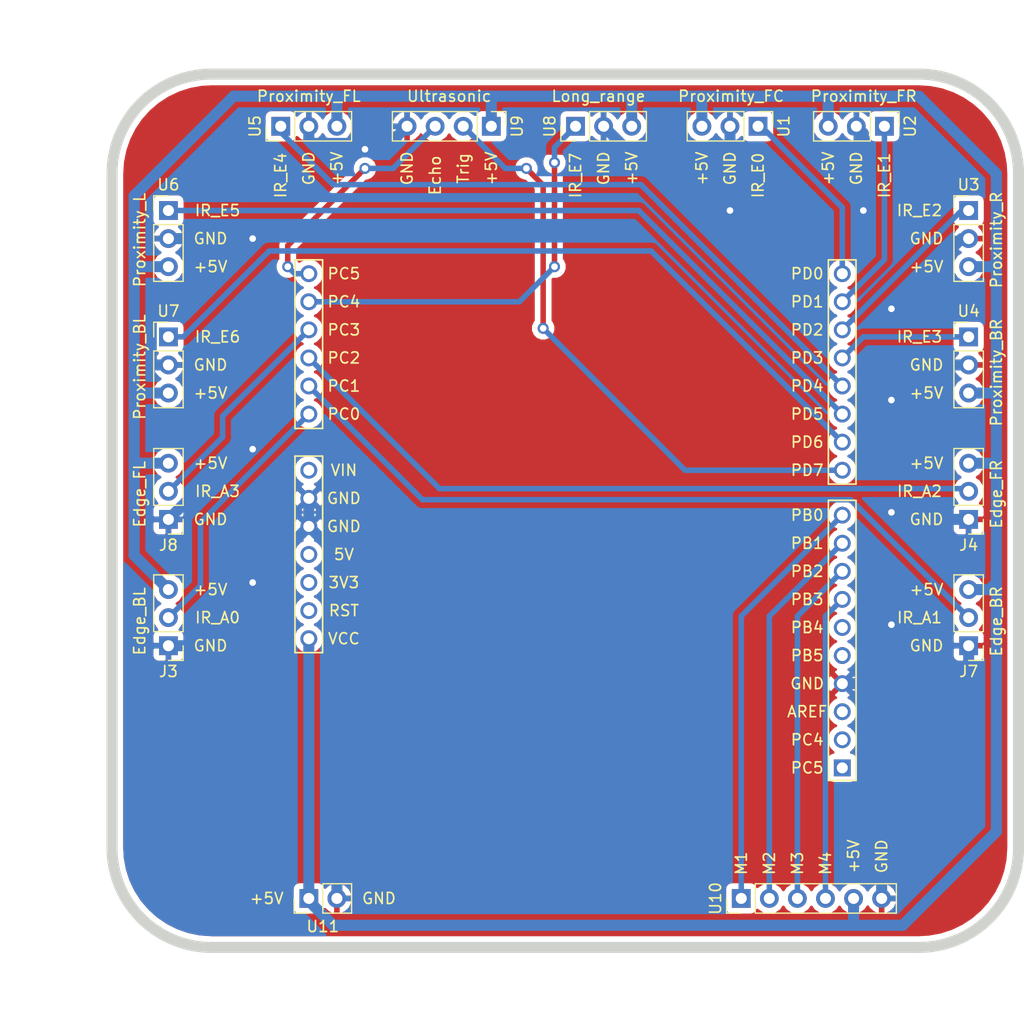
<source format=kicad_pcb>
(kicad_pcb (version 20171130) (host pcbnew "(5.0.1)-4")

  (general
    (thickness 1.6)
    (drawings 63)
    (tracks 191)
    (zones 0)
    (modules 16)
    (nets 30)
  )

  (page A4)
  (layers
    (0 F.Cu signal)
    (31 B.Cu signal)
    (32 B.Adhes user)
    (33 F.Adhes user)
    (34 B.Paste user)
    (35 F.Paste user)
    (36 B.SilkS user)
    (37 F.SilkS user)
    (38 B.Mask user)
    (39 F.Mask user)
    (40 Dwgs.User user)
    (41 Cmts.User user)
    (42 Eco1.User user)
    (43 Eco2.User user)
    (44 Edge.Cuts user)
    (45 Margin user)
    (46 B.CrtYd user)
    (47 F.CrtYd user)
    (48 B.Fab user)
    (49 F.Fab user)
  )

  (setup
    (last_trace_width 0.3)
    (user_trace_width 0.5)
    (user_trace_width 1)
    (trace_clearance 0.2)
    (zone_clearance 0.508)
    (zone_45_only no)
    (trace_min 0.2)
    (segment_width 0.2)
    (edge_width 1)
    (via_size 0.8)
    (via_drill 0.4)
    (via_min_size 0.4)
    (via_min_drill 0.3)
    (user_via 1 0.6)
    (user_via 1.2 0.6)
    (uvia_size 0.3)
    (uvia_drill 0.1)
    (uvias_allowed no)
    (uvia_min_size 0.2)
    (uvia_min_drill 0.1)
    (pcb_text_width 0.3)
    (pcb_text_size 1.5 1.5)
    (mod_edge_width 0.15)
    (mod_text_size 1 1)
    (mod_text_width 0.15)
    (pad_size 2 1.3)
    (pad_drill 0)
    (pad_to_mask_clearance 0.051)
    (solder_mask_min_width 0.25)
    (aux_axis_origin 0 0)
    (grid_origin 159.62 139.57)
    (visible_elements 7FFFFFFF)
    (pcbplotparams
      (layerselection 0x010f0_ffffffff)
      (usegerberextensions false)
      (usegerberattributes false)
      (usegerberadvancedattributes false)
      (creategerberjobfile false)
      (excludeedgelayer true)
      (linewidth 0.100000)
      (plotframeref false)
      (viasonmask false)
      (mode 1)
      (useauxorigin false)
      (hpglpennumber 1)
      (hpglpenspeed 20)
      (hpglpendiameter 15.000000)
      (psnegative false)
      (psa4output false)
      (plotreference true)
      (plotvalue true)
      (plotinvisibletext false)
      (padsonsilk false)
      (subtractmaskfromsilk false)
      (outputformat 1)
      (mirror false)
      (drillshape 0)
      (scaleselection 1)
      (outputdirectory ""))
  )

  (net 0 "")
  (net 1 GND)
  (net 2 /Echo)
  (net 3 IR_E7)
  (net 4 IR_A3)
  (net 5 IR_A2)
  (net 6 IR_A1)
  (net 7 IR_A0)
  (net 8 "Net-(MCU1-Pad26)")
  (net 9 "Net-(MCU1-Pad23)")
  (net 10 "Net-(MCU1-Pad22)")
  (net 11 "Net-(MCU1-Pad21)")
  (net 12 +5V)
  (net 13 IR_E0)
  (net 14 IR_E1)
  (net 15 IR_E2)
  (net 16 IR_E3)
  (net 17 IR_E4)
  (net 18 IR_E5)
  (net 19 IR_E6)
  (net 20 /Trig)
  (net 21 M1)
  (net 22 M2)
  (net 23 M3)
  (net 24 M4)
  (net 25 "Net-(MCU1-Pad6)")
  (net 26 "Net-(MCU1-Pad5)")
  (net 27 "Net-(MCU1-Pad3)")
  (net 28 "Net-(MCU1-Pad2)")
  (net 29 "Net-(MCU1-Pad1)")

  (net_class Default "This is the default net class."
    (clearance 0.2)
    (trace_width 0.3)
    (via_dia 0.8)
    (via_drill 0.4)
    (uvia_dia 0.3)
    (uvia_drill 0.1)
    (add_net +5V)
    (add_net /Echo)
    (add_net /Trig)
    (add_net GND)
    (add_net IR_A0)
    (add_net IR_A1)
    (add_net IR_A2)
    (add_net IR_A3)
    (add_net IR_E0)
    (add_net IR_E1)
    (add_net IR_E2)
    (add_net IR_E3)
    (add_net IR_E4)
    (add_net IR_E5)
    (add_net IR_E6)
    (add_net IR_E7)
    (add_net M1)
    (add_net M2)
    (add_net M3)
    (add_net M4)
    (add_net "Net-(MCU1-Pad1)")
    (add_net "Net-(MCU1-Pad2)")
    (add_net "Net-(MCU1-Pad21)")
    (add_net "Net-(MCU1-Pad22)")
    (add_net "Net-(MCU1-Pad23)")
    (add_net "Net-(MCU1-Pad26)")
    (add_net "Net-(MCU1-Pad3)")
    (add_net "Net-(MCU1-Pad5)")
    (add_net "Net-(MCU1-Pad6)")
  )

  (net_class Default2 ""
    (clearance 0.2)
    (trace_width 0.5)
    (via_dia 1)
    (via_drill 0.6)
    (uvia_dia 0.3)
    (uvia_drill 0.1)
  )

  (net_class Power ""
    (clearance 0.2)
    (trace_width 1)
    (via_dia 1.2)
    (via_drill 0.6)
    (uvia_dia 0.3)
    (uvia_drill 0.1)
  )

  (module Custom_Footprints:ATmega328P_Xplained_mini (layer F.Cu) (tedit 605273E4) (tstamp 60525A34)
    (at 101.45 75.435)
    (path /604FC580)
    (fp_text reference MCU1 (at 30 27) (layer F.SilkS) hide
      (effects (font (size 1 1) (thickness 0.15)))
    )
    (fp_text value ATmega328P_Shield (at 30 28.575) (layer F.Fab)
      (effects (font (size 1 1) (thickness 0.15)))
    )
    (fp_line (start 55.86 53.464) (end 55.85 28.12) (layer F.SilkS) (width 0.15))
    (fp_line (start 55.85 28.12) (end 53.35 28.12) (layer F.SilkS) (width 0.15))
    (fp_line (start 53.36 53.464) (end 53.35 28.12) (layer F.SilkS) (width 0.15))
    (fp_line (start 53.36 53.464) (end 55.86 53.464) (layer F.SilkS) (width 0.15))
    (fp_line (start 55.85 26.65) (end 55.85 6.37) (layer F.SilkS) (width 0.15))
    (fp_line (start 53.35 26.65) (end 53.35 6.37) (layer F.SilkS) (width 0.15))
    (fp_line (start 55.85 6.37) (end 53.35 6.37) (layer F.SilkS) (width 0.15))
    (fp_line (start 53.35 26.65) (end 55.85 26.65) (layer F.SilkS) (width 0.15))
    (fp_line (start 5.1 41.9) (end 5.1 24.12) (layer F.SilkS) (width 0.15))
    (fp_line (start 7.6 41.9) (end 7.6 24.12) (layer F.SilkS) (width 0.15))
    (fp_line (start 5.1 41.9) (end 7.6 41.9) (layer F.SilkS) (width 0.15))
    (fp_line (start 7.6 24.12) (end 5.1 24.12) (layer F.SilkS) (width 0.15))
    (fp_line (start 7.6 6.37) (end 5.1 6.37) (layer F.SilkS) (width 0.15))
    (fp_line (start 7.6 21.62) (end 7.6 6.37) (layer F.SilkS) (width 0.15))
    (fp_line (start 5.1 21.62) (end 7.6 21.62) (layer F.SilkS) (width 0.15))
    (fp_line (start 24 75) (end 36 75) (layer F.Fab) (width 0.15))
    (fp_line (start 24 60) (end 24 75) (layer F.Fab) (width 0.15))
    (fp_line (start 36 60) (end 36 75) (layer F.Fab) (width 0.15))
    (fp_line (start 0 60) (end 24 60) (layer F.Fab) (width 0.15))
    (fp_line (start 60 0) (end 60 60) (layer F.Fab) (width 0.15))
    (fp_line (start 0 0) (end 60 0) (layer F.Fab) (width 0.15))
    (fp_line (start 36 60) (end 60 60) (layer F.Fab) (width 0.15))
    (fp_line (start 0 0) (end 0 60) (layer F.Fab) (width 0.15))
    (fp_line (start 5.1 21.62) (end 5.1 6.37) (layer F.SilkS) (width 0.15))
    (fp_text user PD0 (at 51.435 7.62) (layer F.SilkS)
      (effects (font (size 1 1) (thickness 0.15)))
    )
    (fp_text user PD1 (at 51.435 10.16) (layer F.SilkS)
      (effects (font (size 1 1) (thickness 0.15)))
    )
    (fp_text user PD2 (at 51.435 12.7) (layer F.SilkS)
      (effects (font (size 1 1) (thickness 0.15)))
    )
    (fp_text user PD3 (at 51.435 15.24) (layer F.SilkS)
      (effects (font (size 1 1) (thickness 0.15)))
    )
    (fp_text user PD4 (at 51.435 17.78) (layer F.SilkS)
      (effects (font (size 1 1) (thickness 0.15)))
    )
    (fp_text user PD5 (at 51.435 20.32) (layer F.SilkS)
      (effects (font (size 1 1) (thickness 0.15)))
    )
    (fp_text user PD6 (at 51.435 22.86) (layer F.SilkS)
      (effects (font (size 1 1) (thickness 0.15)))
    )
    (fp_text user PD7 (at 51.435 25.4) (layer F.SilkS)
      (effects (font (size 1 1) (thickness 0.15)))
    )
    (fp_text user PB0 (at 51.435 29.464) (layer F.SilkS)
      (effects (font (size 1 1) (thickness 0.15)))
    )
    (fp_text user PB1 (at 51.435 32.004) (layer F.SilkS)
      (effects (font (size 1 1) (thickness 0.15)))
    )
    (fp_text user PB5 (at 51.435 42.164) (layer F.SilkS)
      (effects (font (size 1 1) (thickness 0.15)))
    )
    (fp_text user PB2 (at 51.435 34.544) (layer F.SilkS)
      (effects (font (size 1 1) (thickness 0.15)))
    )
    (fp_text user AREF (at 51.435 47.244) (layer F.SilkS)
      (effects (font (size 1 1) (thickness 0.15)))
    )
    (fp_text user PB3 (at 51.435 37.084) (layer F.SilkS)
      (effects (font (size 1 1) (thickness 0.15)))
    )
    (fp_text user PB4 (at 51.435 39.624) (layer F.SilkS)
      (effects (font (size 1 1) (thickness 0.15)))
    )
    (fp_text user GND (at 51.435 44.704) (layer F.SilkS)
      (effects (font (size 1 1) (thickness 0.15)))
    )
    (fp_text user PC4 (at 51.435 49.784) (layer F.SilkS)
      (effects (font (size 1 1) (thickness 0.15)))
    )
    (fp_text user PC5 (at 51.435 52.324) (layer F.SilkS)
      (effects (font (size 1 1) (thickness 0.15)))
    )
    (fp_text user PC5 (at 9.525 7.62) (layer F.SilkS)
      (effects (font (size 1 1) (thickness 0.15)))
    )
    (fp_text user PC4 (at 9.525 10.16) (layer F.SilkS)
      (effects (font (size 1 1) (thickness 0.15)))
    )
    (fp_text user PC3 (at 9.525 12.7) (layer F.SilkS)
      (effects (font (size 1 1) (thickness 0.15)))
    )
    (fp_text user PC2 (at 9.525 15.24) (layer F.SilkS)
      (effects (font (size 1 1) (thickness 0.15)))
    )
    (fp_text user PC0 (at 9.525 20.32) (layer F.SilkS)
      (effects (font (size 1 1) (thickness 0.15)))
    )
    (fp_text user PC1 (at 9.525 17.78) (layer F.SilkS)
      (effects (font (size 1 1) (thickness 0.15)))
    )
    (fp_text user VIN (at 9.525 25.4) (layer F.SilkS)
      (effects (font (size 1 1) (thickness 0.15)))
    )
    (fp_text user GND (at 9.525 27.94) (layer F.SilkS)
      (effects (font (size 1 1) (thickness 0.15)))
    )
    (fp_text user 5V (at 9.525 33.02) (layer F.SilkS)
      (effects (font (size 1 1) (thickness 0.15)))
    )
    (fp_text user GND (at 9.525 30.48) (layer F.SilkS)
      (effects (font (size 1 1) (thickness 0.15)))
    )
    (fp_text user RST (at 9.525 38.1) (layer F.SilkS)
      (effects (font (size 1 1) (thickness 0.15)))
    )
    (fp_text user 3V3 (at 9.525 35.56) (layer F.SilkS)
      (effects (font (size 1 1) (thickness 0.15)))
    )
    (fp_text user VCC (at 9.525 40.64) (layer F.SilkS)
      (effects (font (size 1 1) (thickness 0.15)))
    )
    (pad 32 thru_hole circle (at 6.35 7.62) (size 1.524 1.524) (drill 1) (layers *.Cu *.Mask)
      (net 2 /Echo))
    (pad 31 thru_hole circle (at 6.35 10.16) (size 1.524 1.524) (drill 1) (layers *.Cu *.Mask)
      (net 3 IR_E7))
    (pad 30 thru_hole circle (at 6.35 12.7) (size 1.524 1.524) (drill 1) (layers *.Cu *.Mask)
      (net 4 IR_A3))
    (pad 29 thru_hole circle (at 6.35 15.24) (size 1.524 1.524) (drill 1) (layers *.Cu *.Mask)
      (net 5 IR_A2))
    (pad 28 thru_hole circle (at 6.35 17.78) (size 1.524 1.524) (drill 1) (layers *.Cu *.Mask)
      (net 6 IR_A1))
    (pad 27 thru_hole circle (at 6.35 20.32) (size 1.524 1.524) (drill 1) (layers *.Cu *.Mask)
      (net 7 IR_A0))
    (pad 26 thru_hole circle (at 6.35 25.4) (size 1.524 1.524) (drill 1) (layers *.Cu *.Mask)
      (net 8 "Net-(MCU1-Pad26)"))
    (pad 25 thru_hole circle (at 6.35 27.94) (size 1.524 1.524) (drill 1) (layers *.Cu *.Mask)
      (net 1 GND))
    (pad 24 thru_hole circle (at 6.35 30.48) (size 1.524 1.524) (drill 1) (layers *.Cu *.Mask)
      (net 1 GND))
    (pad 23 thru_hole circle (at 6.35 33.02) (size 1.524 1.524) (drill 1) (layers *.Cu *.Mask)
      (net 9 "Net-(MCU1-Pad23)"))
    (pad 22 thru_hole circle (at 6.35 35.56) (size 1.524 1.524) (drill 1) (layers *.Cu *.Mask)
      (net 10 "Net-(MCU1-Pad22)"))
    (pad 21 thru_hole circle (at 6.35 38.1) (size 1.524 1.524) (drill 1) (layers *.Cu *.Mask)
      (net 11 "Net-(MCU1-Pad21)"))
    (pad 20 thru_hole circle (at 6.35 40.64) (size 1.524 1.524) (drill 1) (layers *.Cu *.Mask)
      (net 12 +5V))
    (pad 18 thru_hole circle (at 54.61 7.62) (size 1.524 1.524) (drill 1) (layers *.Cu *.Mask)
      (net 13 IR_E0))
    (pad 17 thru_hole circle (at 54.61 10.16) (size 1.524 1.524) (drill 1) (layers *.Cu *.Mask)
      (net 14 IR_E1))
    (pad 16 thru_hole circle (at 54.61 12.7) (size 1.524 1.524) (drill 1) (layers *.Cu *.Mask)
      (net 15 IR_E2))
    (pad 15 thru_hole circle (at 54.61 15.24) (size 1.524 1.524) (drill 1) (layers *.Cu *.Mask)
      (net 16 IR_E3))
    (pad 14 thru_hole circle (at 54.61 17.78) (size 1.524 1.524) (drill 1) (layers *.Cu *.Mask)
      (net 17 IR_E4))
    (pad 13 thru_hole circle (at 54.61 20.32) (size 1.524 1.524) (drill 1) (layers *.Cu *.Mask)
      (net 18 IR_E5))
    (pad 12 thru_hole circle (at 54.61 22.86) (size 1.524 1.524) (drill 1) (layers *.Cu *.Mask)
      (net 19 IR_E6))
    (pad 11 thru_hole circle (at 54.61 25.4) (size 1.524 1.524) (drill 1) (layers *.Cu *.Mask)
      (net 20 /Trig))
    (pad 10 thru_hole circle (at 54.61 29.464 180) (size 1.524 1.524) (drill 1) (layers *.Cu *.Mask)
      (net 21 M1))
    (pad 9 thru_hole circle (at 54.61 32.004 180) (size 1.524 1.524) (drill 1) (layers *.Cu *.Mask)
      (net 22 M2))
    (pad 8 thru_hole circle (at 54.61 34.544 180) (size 1.524 1.524) (drill 1) (layers *.Cu *.Mask)
      (net 23 M3))
    (pad 7 thru_hole circle (at 54.61 37.084 180) (size 1.524 1.524) (drill 1) (layers *.Cu *.Mask)
      (net 24 M4))
    (pad 6 thru_hole circle (at 54.61 39.624 180) (size 1.524 1.524) (drill 1) (layers *.Cu *.Mask)
      (net 25 "Net-(MCU1-Pad6)"))
    (pad 5 thru_hole circle (at 54.61 42.164 180) (size 1.524 1.524) (drill 1) (layers *.Cu *.Mask)
      (net 26 "Net-(MCU1-Pad5)"))
    (pad 4 thru_hole circle (at 54.61 44.704 180) (size 1.524 1.524) (drill 1) (layers *.Cu *.Mask)
      (net 1 GND))
    (pad 3 thru_hole circle (at 54.61 47.244 180) (size 1.524 1.524) (drill 1) (layers *.Cu *.Mask)
      (net 27 "Net-(MCU1-Pad3)"))
    (pad 2 thru_hole circle (at 54.61 49.784 180) (size 1.524 1.524) (drill 1) (layers *.Cu *.Mask)
      (net 28 "Net-(MCU1-Pad2)"))
    (pad 1 thru_hole rect (at 54.61 52.324 180) (size 1.524 1.524) (drill 1) (layers *.Cu *.Mask)
      (net 29 "Net-(MCU1-Pad1)"))
  )

  (module Socket_Strips:Socket_Strip_Straight_1x03_Pitch2.54mm (layer F.Cu) (tedit 60526F2F) (tstamp 60525BB2)
    (at 148.44 69.72 270)
    (descr "Through hole straight socket strip, 1x03, 2.54mm pitch, single row")
    (tags "Through hole socket strip THT 1x03 2.54mm single row")
    (path /604F696C/6050FFC1)
    (fp_text reference U1 (at 0 -2.33 270) (layer F.SilkS)
      (effects (font (size 1 1) (thickness 0.15)))
    )
    (fp_text value Proximity_FC (at -2.72 2.44) (layer F.SilkS)
      (effects (font (size 1 1) (thickness 0.15)))
    )
    (fp_line (start -1.27 -1.27) (end -1.27 6.35) (layer F.Fab) (width 0.1))
    (fp_line (start -1.27 6.35) (end 1.27 6.35) (layer F.Fab) (width 0.1))
    (fp_line (start 1.27 6.35) (end 1.27 -1.27) (layer F.Fab) (width 0.1))
    (fp_line (start 1.27 -1.27) (end -1.27 -1.27) (layer F.Fab) (width 0.1))
    (fp_line (start -1.33 1.27) (end -1.33 6.41) (layer F.SilkS) (width 0.12))
    (fp_line (start -1.33 6.41) (end 1.33 6.41) (layer F.SilkS) (width 0.12))
    (fp_line (start 1.33 6.41) (end 1.33 1.27) (layer F.SilkS) (width 0.12))
    (fp_line (start 1.33 1.27) (end -1.33 1.27) (layer F.SilkS) (width 0.12))
    (fp_line (start -1.33 0) (end -1.33 -1.33) (layer F.SilkS) (width 0.12))
    (fp_line (start -1.33 -1.33) (end 0 -1.33) (layer F.SilkS) (width 0.12))
    (fp_line (start -1.8 -1.8) (end -1.8 6.85) (layer F.CrtYd) (width 0.05))
    (fp_line (start -1.8 6.85) (end 1.8 6.85) (layer F.CrtYd) (width 0.05))
    (fp_line (start 1.8 6.85) (end 1.8 -1.8) (layer F.CrtYd) (width 0.05))
    (fp_line (start 1.8 -1.8) (end -1.8 -1.8) (layer F.CrtYd) (width 0.05))
    (fp_text user %R (at 0 -2.33 270) (layer F.Fab)
      (effects (font (size 1 1) (thickness 0.15)))
    )
    (pad 1 thru_hole rect (at 0 0 270) (size 1.7 1.7) (drill 1) (layers *.Cu *.Mask)
      (net 13 IR_E0))
    (pad 2 thru_hole oval (at 0 2.54 270) (size 1.7 1.7) (drill 1) (layers *.Cu *.Mask)
      (net 1 GND))
    (pad 3 thru_hole oval (at 0 5.08 270) (size 1.7 1.7) (drill 1) (layers *.Cu *.Mask)
      (net 12 +5V))
    (model ${KISYS3DMOD}/Socket_Strips.3dshapes/Socket_Strip_Straight_1x03_Pitch2.54mm.wrl
      (offset (xyz 0 -2.539999961853027 0))
      (scale (xyz 1 1 1))
      (rotate (xyz 0 0 270))
    )
  )

  (module Socket_Strips:Socket_Strip_Straight_1x03_Pitch2.54mm (layer F.Cu) (tedit 60526F3C) (tstamp 60525BC8)
    (at 159.87 69.72 270)
    (descr "Through hole straight socket strip, 1x03, 2.54mm pitch, single row")
    (tags "Through hole socket strip THT 1x03 2.54mm single row")
    (path /604F696C/6052A939)
    (fp_text reference U2 (at 0 -2.33 270) (layer F.SilkS)
      (effects (font (size 1 1) (thickness 0.15)))
    )
    (fp_text value Proximity_FR (at -2.72 1.87) (layer F.SilkS)
      (effects (font (size 1 1) (thickness 0.15)))
    )
    (fp_text user %R (at 0 -2.33 270) (layer F.Fab)
      (effects (font (size 1 1) (thickness 0.15)))
    )
    (fp_line (start 1.8 -1.8) (end -1.8 -1.8) (layer F.CrtYd) (width 0.05))
    (fp_line (start 1.8 6.85) (end 1.8 -1.8) (layer F.CrtYd) (width 0.05))
    (fp_line (start -1.8 6.85) (end 1.8 6.85) (layer F.CrtYd) (width 0.05))
    (fp_line (start -1.8 -1.8) (end -1.8 6.85) (layer F.CrtYd) (width 0.05))
    (fp_line (start -1.33 -1.33) (end 0 -1.33) (layer F.SilkS) (width 0.12))
    (fp_line (start -1.33 0) (end -1.33 -1.33) (layer F.SilkS) (width 0.12))
    (fp_line (start 1.33 1.27) (end -1.33 1.27) (layer F.SilkS) (width 0.12))
    (fp_line (start 1.33 6.41) (end 1.33 1.27) (layer F.SilkS) (width 0.12))
    (fp_line (start -1.33 6.41) (end 1.33 6.41) (layer F.SilkS) (width 0.12))
    (fp_line (start -1.33 1.27) (end -1.33 6.41) (layer F.SilkS) (width 0.12))
    (fp_line (start 1.27 -1.27) (end -1.27 -1.27) (layer F.Fab) (width 0.1))
    (fp_line (start 1.27 6.35) (end 1.27 -1.27) (layer F.Fab) (width 0.1))
    (fp_line (start -1.27 6.35) (end 1.27 6.35) (layer F.Fab) (width 0.1))
    (fp_line (start -1.27 -1.27) (end -1.27 6.35) (layer F.Fab) (width 0.1))
    (pad 3 thru_hole oval (at 0 5.08 270) (size 1.7 1.7) (drill 1) (layers *.Cu *.Mask)
      (net 12 +5V))
    (pad 2 thru_hole oval (at 0 2.54 270) (size 1.7 1.7) (drill 1) (layers *.Cu *.Mask)
      (net 1 GND))
    (pad 1 thru_hole rect (at 0 0 270) (size 1.7 1.7) (drill 1) (layers *.Cu *.Mask)
      (net 14 IR_E1))
    (model ${KISYS3DMOD}/Socket_Strips.3dshapes/Socket_Strip_Straight_1x03_Pitch2.54mm.wrl
      (offset (xyz 0 -2.539999961853027 0))
      (scale (xyz 1 1 1))
      (rotate (xyz 0 0 270))
    )
  )

  (module Socket_Strips:Socket_Strip_Straight_1x03_Pitch2.54mm (layer F.Cu) (tedit 60526F40) (tstamp 60525BDE)
    (at 167.49 77.34)
    (descr "Through hole straight socket strip, 1x03, 2.54mm pitch, single row")
    (tags "Through hole socket strip THT 1x03 2.54mm single row")
    (path /604F696C/60559030)
    (fp_text reference U3 (at 0 -2.33) (layer F.SilkS)
      (effects (font (size 1 1) (thickness 0.15)))
    )
    (fp_text value Proximity_R (at 2.51 2.66 90) (layer F.SilkS)
      (effects (font (size 1 1) (thickness 0.15)))
    )
    (fp_text user %R (at 0 -2.33) (layer F.Fab)
      (effects (font (size 1 1) (thickness 0.15)))
    )
    (fp_line (start 1.8 -1.8) (end -1.8 -1.8) (layer F.CrtYd) (width 0.05))
    (fp_line (start 1.8 6.85) (end 1.8 -1.8) (layer F.CrtYd) (width 0.05))
    (fp_line (start -1.8 6.85) (end 1.8 6.85) (layer F.CrtYd) (width 0.05))
    (fp_line (start -1.8 -1.8) (end -1.8 6.85) (layer F.CrtYd) (width 0.05))
    (fp_line (start -1.33 -1.33) (end 0 -1.33) (layer F.SilkS) (width 0.12))
    (fp_line (start -1.33 0) (end -1.33 -1.33) (layer F.SilkS) (width 0.12))
    (fp_line (start 1.33 1.27) (end -1.33 1.27) (layer F.SilkS) (width 0.12))
    (fp_line (start 1.33 6.41) (end 1.33 1.27) (layer F.SilkS) (width 0.12))
    (fp_line (start -1.33 6.41) (end 1.33 6.41) (layer F.SilkS) (width 0.12))
    (fp_line (start -1.33 1.27) (end -1.33 6.41) (layer F.SilkS) (width 0.12))
    (fp_line (start 1.27 -1.27) (end -1.27 -1.27) (layer F.Fab) (width 0.1))
    (fp_line (start 1.27 6.35) (end 1.27 -1.27) (layer F.Fab) (width 0.1))
    (fp_line (start -1.27 6.35) (end 1.27 6.35) (layer F.Fab) (width 0.1))
    (fp_line (start -1.27 -1.27) (end -1.27 6.35) (layer F.Fab) (width 0.1))
    (pad 3 thru_hole oval (at 0 5.08) (size 1.7 1.7) (drill 1) (layers *.Cu *.Mask)
      (net 12 +5V))
    (pad 2 thru_hole oval (at 0 2.54) (size 1.7 1.7) (drill 1) (layers *.Cu *.Mask)
      (net 1 GND))
    (pad 1 thru_hole rect (at 0 0) (size 1.7 1.7) (drill 1) (layers *.Cu *.Mask)
      (net 15 IR_E2))
    (model ${KISYS3DMOD}/Socket_Strips.3dshapes/Socket_Strip_Straight_1x03_Pitch2.54mm.wrl
      (offset (xyz 0 -2.539999961853027 0))
      (scale (xyz 1 1 1))
      (rotate (xyz 0 0 270))
    )
  )

  (module Socket_Strips:Socket_Strip_Straight_1x03_Pitch2.54mm (layer F.Cu) (tedit 60526F45) (tstamp 60525BF4)
    (at 167.49 88.77)
    (descr "Through hole straight socket strip, 1x03, 2.54mm pitch, single row")
    (tags "Through hole socket strip THT 1x03 2.54mm single row")
    (path /604F696C/6055911F)
    (fp_text reference U4 (at 0 -2.33) (layer F.SilkS)
      (effects (font (size 1 1) (thickness 0.15)))
    )
    (fp_text value Proximity_BR (at 2.51 3.23 90) (layer F.SilkS)
      (effects (font (size 1 1) (thickness 0.15)))
    )
    (fp_line (start -1.27 -1.27) (end -1.27 6.35) (layer F.Fab) (width 0.1))
    (fp_line (start -1.27 6.35) (end 1.27 6.35) (layer F.Fab) (width 0.1))
    (fp_line (start 1.27 6.35) (end 1.27 -1.27) (layer F.Fab) (width 0.1))
    (fp_line (start 1.27 -1.27) (end -1.27 -1.27) (layer F.Fab) (width 0.1))
    (fp_line (start -1.33 1.27) (end -1.33 6.41) (layer F.SilkS) (width 0.12))
    (fp_line (start -1.33 6.41) (end 1.33 6.41) (layer F.SilkS) (width 0.12))
    (fp_line (start 1.33 6.41) (end 1.33 1.27) (layer F.SilkS) (width 0.12))
    (fp_line (start 1.33 1.27) (end -1.33 1.27) (layer F.SilkS) (width 0.12))
    (fp_line (start -1.33 0) (end -1.33 -1.33) (layer F.SilkS) (width 0.12))
    (fp_line (start -1.33 -1.33) (end 0 -1.33) (layer F.SilkS) (width 0.12))
    (fp_line (start -1.8 -1.8) (end -1.8 6.85) (layer F.CrtYd) (width 0.05))
    (fp_line (start -1.8 6.85) (end 1.8 6.85) (layer F.CrtYd) (width 0.05))
    (fp_line (start 1.8 6.85) (end 1.8 -1.8) (layer F.CrtYd) (width 0.05))
    (fp_line (start 1.8 -1.8) (end -1.8 -1.8) (layer F.CrtYd) (width 0.05))
    (fp_text user %R (at 0 -2.33) (layer F.Fab)
      (effects (font (size 1 1) (thickness 0.15)))
    )
    (pad 1 thru_hole rect (at 0 0) (size 1.7 1.7) (drill 1) (layers *.Cu *.Mask)
      (net 16 IR_E3))
    (pad 2 thru_hole oval (at 0 2.54) (size 1.7 1.7) (drill 1) (layers *.Cu *.Mask)
      (net 1 GND))
    (pad 3 thru_hole oval (at 0 5.08) (size 1.7 1.7) (drill 1) (layers *.Cu *.Mask)
      (net 12 +5V))
    (model ${KISYS3DMOD}/Socket_Strips.3dshapes/Socket_Strip_Straight_1x03_Pitch2.54mm.wrl
      (offset (xyz 0 -2.539999961853027 0))
      (scale (xyz 1 1 1))
      (rotate (xyz 0 0 270))
    )
  )

  (module Socket_Strips:Socket_Strip_Straight_1x03_Pitch2.54mm (layer F.Cu) (tedit 60526F26) (tstamp 60525C0A)
    (at 105.26 69.72 90)
    (descr "Through hole straight socket strip, 1x03, 2.54mm pitch, single row")
    (tags "Through hole socket strip THT 1x03 2.54mm single row")
    (path /604F696C/60559126)
    (fp_text reference U5 (at 0 -2.33 90) (layer F.SilkS)
      (effects (font (size 1 1) (thickness 0.15)))
    )
    (fp_text value Proximity_FL (at 2.72 2.54 180) (layer F.SilkS)
      (effects (font (size 1 1) (thickness 0.15)))
    )
    (fp_text user %R (at 0 -2.33 90) (layer F.Fab)
      (effects (font (size 1 1) (thickness 0.15)))
    )
    (fp_line (start 1.8 -1.8) (end -1.8 -1.8) (layer F.CrtYd) (width 0.05))
    (fp_line (start 1.8 6.85) (end 1.8 -1.8) (layer F.CrtYd) (width 0.05))
    (fp_line (start -1.8 6.85) (end 1.8 6.85) (layer F.CrtYd) (width 0.05))
    (fp_line (start -1.8 -1.8) (end -1.8 6.85) (layer F.CrtYd) (width 0.05))
    (fp_line (start -1.33 -1.33) (end 0 -1.33) (layer F.SilkS) (width 0.12))
    (fp_line (start -1.33 0) (end -1.33 -1.33) (layer F.SilkS) (width 0.12))
    (fp_line (start 1.33 1.27) (end -1.33 1.27) (layer F.SilkS) (width 0.12))
    (fp_line (start 1.33 6.41) (end 1.33 1.27) (layer F.SilkS) (width 0.12))
    (fp_line (start -1.33 6.41) (end 1.33 6.41) (layer F.SilkS) (width 0.12))
    (fp_line (start -1.33 1.27) (end -1.33 6.41) (layer F.SilkS) (width 0.12))
    (fp_line (start 1.27 -1.27) (end -1.27 -1.27) (layer F.Fab) (width 0.1))
    (fp_line (start 1.27 6.35) (end 1.27 -1.27) (layer F.Fab) (width 0.1))
    (fp_line (start -1.27 6.35) (end 1.27 6.35) (layer F.Fab) (width 0.1))
    (fp_line (start -1.27 -1.27) (end -1.27 6.35) (layer F.Fab) (width 0.1))
    (pad 3 thru_hole oval (at 0 5.08 90) (size 1.7 1.7) (drill 1) (layers *.Cu *.Mask)
      (net 12 +5V))
    (pad 2 thru_hole oval (at 0 2.54 90) (size 1.7 1.7) (drill 1) (layers *.Cu *.Mask)
      (net 1 GND))
    (pad 1 thru_hole rect (at 0 0 90) (size 1.7 1.7) (drill 1) (layers *.Cu *.Mask)
      (net 17 IR_E4))
    (model ${KISYS3DMOD}/Socket_Strips.3dshapes/Socket_Strip_Straight_1x03_Pitch2.54mm.wrl
      (offset (xyz 0 -2.539999961853027 0))
      (scale (xyz 1 1 1))
      (rotate (xyz 0 0 270))
    )
  )

  (module Socket_Strips:Socket_Strip_Straight_1x03_Pitch2.54mm (layer F.Cu) (tedit 60526F20) (tstamp 60525C20)
    (at 95.1 77.34)
    (descr "Through hole straight socket strip, 1x03, 2.54mm pitch, single row")
    (tags "Through hole socket strip THT 1x03 2.54mm single row")
    (path /604F696C/6055912D)
    (fp_text reference U6 (at 0 -2.33) (layer F.SilkS)
      (effects (font (size 1 1) (thickness 0.15)))
    )
    (fp_text value Proximity_L (at -2.6 2.66 90) (layer F.SilkS)
      (effects (font (size 1 1) (thickness 0.15)))
    )
    (fp_text user %R (at 0 -2.33) (layer F.Fab)
      (effects (font (size 1 1) (thickness 0.15)))
    )
    (fp_line (start 1.8 -1.8) (end -1.8 -1.8) (layer F.CrtYd) (width 0.05))
    (fp_line (start 1.8 6.85) (end 1.8 -1.8) (layer F.CrtYd) (width 0.05))
    (fp_line (start -1.8 6.85) (end 1.8 6.85) (layer F.CrtYd) (width 0.05))
    (fp_line (start -1.8 -1.8) (end -1.8 6.85) (layer F.CrtYd) (width 0.05))
    (fp_line (start -1.33 -1.33) (end 0 -1.33) (layer F.SilkS) (width 0.12))
    (fp_line (start -1.33 0) (end -1.33 -1.33) (layer F.SilkS) (width 0.12))
    (fp_line (start 1.33 1.27) (end -1.33 1.27) (layer F.SilkS) (width 0.12))
    (fp_line (start 1.33 6.41) (end 1.33 1.27) (layer F.SilkS) (width 0.12))
    (fp_line (start -1.33 6.41) (end 1.33 6.41) (layer F.SilkS) (width 0.12))
    (fp_line (start -1.33 1.27) (end -1.33 6.41) (layer F.SilkS) (width 0.12))
    (fp_line (start 1.27 -1.27) (end -1.27 -1.27) (layer F.Fab) (width 0.1))
    (fp_line (start 1.27 6.35) (end 1.27 -1.27) (layer F.Fab) (width 0.1))
    (fp_line (start -1.27 6.35) (end 1.27 6.35) (layer F.Fab) (width 0.1))
    (fp_line (start -1.27 -1.27) (end -1.27 6.35) (layer F.Fab) (width 0.1))
    (pad 3 thru_hole oval (at 0 5.08) (size 1.7 1.7) (drill 1) (layers *.Cu *.Mask)
      (net 12 +5V))
    (pad 2 thru_hole oval (at 0 2.54) (size 1.7 1.7) (drill 1) (layers *.Cu *.Mask)
      (net 1 GND))
    (pad 1 thru_hole rect (at 0 0) (size 1.7 1.7) (drill 1) (layers *.Cu *.Mask)
      (net 18 IR_E5))
    (model ${KISYS3DMOD}/Socket_Strips.3dshapes/Socket_Strip_Straight_1x03_Pitch2.54mm.wrl
      (offset (xyz 0 -2.539999961853027 0))
      (scale (xyz 1 1 1))
      (rotate (xyz 0 0 270))
    )
  )

  (module Socket_Strips:Socket_Strip_Straight_1x03_Pitch2.54mm (layer F.Cu) (tedit 60526F1B) (tstamp 60525C36)
    (at 95.1 88.77)
    (descr "Through hole straight socket strip, 1x03, 2.54mm pitch, single row")
    (tags "Through hole socket strip THT 1x03 2.54mm single row")
    (path /604F696C/6055C86B)
    (fp_text reference U7 (at 0 -2.33) (layer F.SilkS)
      (effects (font (size 1 1) (thickness 0.15)))
    )
    (fp_text value Proximity_BL (at -2.6 2.73 90) (layer F.SilkS)
      (effects (font (size 1 1) (thickness 0.15)))
    )
    (fp_line (start -1.27 -1.27) (end -1.27 6.35) (layer F.Fab) (width 0.1))
    (fp_line (start -1.27 6.35) (end 1.27 6.35) (layer F.Fab) (width 0.1))
    (fp_line (start 1.27 6.35) (end 1.27 -1.27) (layer F.Fab) (width 0.1))
    (fp_line (start 1.27 -1.27) (end -1.27 -1.27) (layer F.Fab) (width 0.1))
    (fp_line (start -1.33 1.27) (end -1.33 6.41) (layer F.SilkS) (width 0.12))
    (fp_line (start -1.33 6.41) (end 1.33 6.41) (layer F.SilkS) (width 0.12))
    (fp_line (start 1.33 6.41) (end 1.33 1.27) (layer F.SilkS) (width 0.12))
    (fp_line (start 1.33 1.27) (end -1.33 1.27) (layer F.SilkS) (width 0.12))
    (fp_line (start -1.33 0) (end -1.33 -1.33) (layer F.SilkS) (width 0.12))
    (fp_line (start -1.33 -1.33) (end 0 -1.33) (layer F.SilkS) (width 0.12))
    (fp_line (start -1.8 -1.8) (end -1.8 6.85) (layer F.CrtYd) (width 0.05))
    (fp_line (start -1.8 6.85) (end 1.8 6.85) (layer F.CrtYd) (width 0.05))
    (fp_line (start 1.8 6.85) (end 1.8 -1.8) (layer F.CrtYd) (width 0.05))
    (fp_line (start 1.8 -1.8) (end -1.8 -1.8) (layer F.CrtYd) (width 0.05))
    (fp_text user %R (at 0 -2.33) (layer F.Fab)
      (effects (font (size 1 1) (thickness 0.15)))
    )
    (pad 1 thru_hole rect (at 0 0) (size 1.7 1.7) (drill 1) (layers *.Cu *.Mask)
      (net 19 IR_E6))
    (pad 2 thru_hole oval (at 0 2.54) (size 1.7 1.7) (drill 1) (layers *.Cu *.Mask)
      (net 1 GND))
    (pad 3 thru_hole oval (at 0 5.08) (size 1.7 1.7) (drill 1) (layers *.Cu *.Mask)
      (net 12 +5V))
    (model ${KISYS3DMOD}/Socket_Strips.3dshapes/Socket_Strip_Straight_1x03_Pitch2.54mm.wrl
      (offset (xyz 0 -2.539999961853027 0))
      (scale (xyz 1 1 1))
      (rotate (xyz 0 0 270))
    )
  )

  (module Socket_Strips:Socket_Strip_Straight_1x03_Pitch2.54mm (layer F.Cu) (tedit 60526F35) (tstamp 60525C4C)
    (at 131.93 69.72 90)
    (descr "Through hole straight socket strip, 1x03, 2.54mm pitch, single row")
    (tags "Through hole socket strip THT 1x03 2.54mm single row")
    (path /604F696C/6053BCF1)
    (fp_text reference U8 (at 0 -2.33 90) (layer F.SilkS)
      (effects (font (size 1 1) (thickness 0.15)))
    )
    (fp_text value Long_range (at 2.72 2.07 180) (layer F.SilkS)
      (effects (font (size 1 1) (thickness 0.15)))
    )
    (fp_line (start -1.27 -1.27) (end -1.27 6.35) (layer F.Fab) (width 0.1))
    (fp_line (start -1.27 6.35) (end 1.27 6.35) (layer F.Fab) (width 0.1))
    (fp_line (start 1.27 6.35) (end 1.27 -1.27) (layer F.Fab) (width 0.1))
    (fp_line (start 1.27 -1.27) (end -1.27 -1.27) (layer F.Fab) (width 0.1))
    (fp_line (start -1.33 1.27) (end -1.33 6.41) (layer F.SilkS) (width 0.12))
    (fp_line (start -1.33 6.41) (end 1.33 6.41) (layer F.SilkS) (width 0.12))
    (fp_line (start 1.33 6.41) (end 1.33 1.27) (layer F.SilkS) (width 0.12))
    (fp_line (start 1.33 1.27) (end -1.33 1.27) (layer F.SilkS) (width 0.12))
    (fp_line (start -1.33 0) (end -1.33 -1.33) (layer F.SilkS) (width 0.12))
    (fp_line (start -1.33 -1.33) (end 0 -1.33) (layer F.SilkS) (width 0.12))
    (fp_line (start -1.8 -1.8) (end -1.8 6.85) (layer F.CrtYd) (width 0.05))
    (fp_line (start -1.8 6.85) (end 1.8 6.85) (layer F.CrtYd) (width 0.05))
    (fp_line (start 1.8 6.85) (end 1.8 -1.8) (layer F.CrtYd) (width 0.05))
    (fp_line (start 1.8 -1.8) (end -1.8 -1.8) (layer F.CrtYd) (width 0.05))
    (fp_text user %R (at 0 -2.33 90) (layer F.Fab)
      (effects (font (size 1 1) (thickness 0.15)))
    )
    (pad 1 thru_hole rect (at 0 0 90) (size 1.7 1.7) (drill 1) (layers *.Cu *.Mask)
      (net 3 IR_E7))
    (pad 2 thru_hole oval (at 0 2.54 90) (size 1.7 1.7) (drill 1) (layers *.Cu *.Mask)
      (net 1 GND))
    (pad 3 thru_hole oval (at 0 5.08 90) (size 1.7 1.7) (drill 1) (layers *.Cu *.Mask)
      (net 12 +5V))
    (model ${KISYS3DMOD}/Socket_Strips.3dshapes/Socket_Strip_Straight_1x03_Pitch2.54mm.wrl
      (offset (xyz 0 -2.539999961853027 0))
      (scale (xyz 1 1 1))
      (rotate (xyz 0 0 270))
    )
  )

  (module Socket_Strips:Socket_Strip_Straight_1x04_Pitch2.54mm (layer F.Cu) (tedit 60526EBE) (tstamp 60525C63)
    (at 124.31 69.72 270)
    (descr "Through hole straight socket strip, 1x04, 2.54mm pitch, single row")
    (tags "Through hole socket strip THT 1x04 2.54mm single row")
    (path /605AB373/605AF4D5)
    (fp_text reference U9 (at 0 -2.33 270) (layer F.SilkS)
      (effects (font (size 1 1) (thickness 0.15)))
    )
    (fp_text value Ultrasonic (at -2.72 3.81) (layer F.SilkS)
      (effects (font (size 1 1) (thickness 0.15)))
    )
    (fp_text user %R (at 0 -2.33 270) (layer F.Fab)
      (effects (font (size 1 1) (thickness 0.15)))
    )
    (fp_line (start 1.8 -1.8) (end -1.8 -1.8) (layer F.CrtYd) (width 0.05))
    (fp_line (start 1.8 9.4) (end 1.8 -1.8) (layer F.CrtYd) (width 0.05))
    (fp_line (start -1.8 9.4) (end 1.8 9.4) (layer F.CrtYd) (width 0.05))
    (fp_line (start -1.8 -1.8) (end -1.8 9.4) (layer F.CrtYd) (width 0.05))
    (fp_line (start -1.33 -1.33) (end 0 -1.33) (layer F.SilkS) (width 0.12))
    (fp_line (start -1.33 0) (end -1.33 -1.33) (layer F.SilkS) (width 0.12))
    (fp_line (start 1.33 1.27) (end -1.33 1.27) (layer F.SilkS) (width 0.12))
    (fp_line (start 1.33 8.95) (end 1.33 1.27) (layer F.SilkS) (width 0.12))
    (fp_line (start -1.33 8.95) (end 1.33 8.95) (layer F.SilkS) (width 0.12))
    (fp_line (start -1.33 1.27) (end -1.33 8.95) (layer F.SilkS) (width 0.12))
    (fp_line (start 1.27 -1.27) (end -1.27 -1.27) (layer F.Fab) (width 0.1))
    (fp_line (start 1.27 8.89) (end 1.27 -1.27) (layer F.Fab) (width 0.1))
    (fp_line (start -1.27 8.89) (end 1.27 8.89) (layer F.Fab) (width 0.1))
    (fp_line (start -1.27 -1.27) (end -1.27 8.89) (layer F.Fab) (width 0.1))
    (pad 4 thru_hole oval (at 0 7.62 270) (size 1.7 1.7) (drill 1) (layers *.Cu *.Mask)
      (net 1 GND))
    (pad 3 thru_hole oval (at 0 5.08 270) (size 1.7 1.7) (drill 1) (layers *.Cu *.Mask)
      (net 2 /Echo))
    (pad 2 thru_hole oval (at 0 2.54 270) (size 1.7 1.7) (drill 1) (layers *.Cu *.Mask)
      (net 20 /Trig))
    (pad 1 thru_hole rect (at 0 0 270) (size 1.7 1.7) (drill 1) (layers *.Cu *.Mask)
      (net 12 +5V))
    (model ${KISYS3DMOD}/Socket_Strips.3dshapes/Socket_Strip_Straight_1x04_Pitch2.54mm.wrl
      (offset (xyz 0 -3.809999942779541 0))
      (scale (xyz 1 1 1))
      (rotate (xyz 0 0 270))
    )
  )

  (module Socket_Strips:Socket_Strip_Straight_1x06_Pitch2.54mm (layer F.Cu) (tedit 60525791) (tstamp 60525C7C)
    (at 146.92 139.57 90)
    (descr "Through hole straight socket strip, 1x06, 2.54mm pitch, single row")
    (tags "Through hole socket strip THT 1x06 2.54mm single row")
    (path /605AB687/605BE5F3)
    (fp_text reference U10 (at 0 -2.33 90) (layer F.SilkS)
      (effects (font (size 1 1) (thickness 0.15)))
    )
    (fp_text value MX1508 (at 0 15.03 90) (layer F.Fab)
      (effects (font (size 1 1) (thickness 0.15)))
    )
    (fp_text user %R (at 0 -2.33 90) (layer F.Fab)
      (effects (font (size 1 1) (thickness 0.15)))
    )
    (fp_line (start 1.8 -1.8) (end -1.8 -1.8) (layer F.CrtYd) (width 0.05))
    (fp_line (start 1.8 14.5) (end 1.8 -1.8) (layer F.CrtYd) (width 0.05))
    (fp_line (start -1.8 14.5) (end 1.8 14.5) (layer F.CrtYd) (width 0.05))
    (fp_line (start -1.8 -1.8) (end -1.8 14.5) (layer F.CrtYd) (width 0.05))
    (fp_line (start -1.33 -1.33) (end 0 -1.33) (layer F.SilkS) (width 0.12))
    (fp_line (start -1.33 0) (end -1.33 -1.33) (layer F.SilkS) (width 0.12))
    (fp_line (start 1.33 1.27) (end -1.33 1.27) (layer F.SilkS) (width 0.12))
    (fp_line (start 1.33 14.03) (end 1.33 1.27) (layer F.SilkS) (width 0.12))
    (fp_line (start -1.33 14.03) (end 1.33 14.03) (layer F.SilkS) (width 0.12))
    (fp_line (start -1.33 1.27) (end -1.33 14.03) (layer F.SilkS) (width 0.12))
    (fp_line (start 1.27 -1.27) (end -1.27 -1.27) (layer F.Fab) (width 0.1))
    (fp_line (start 1.27 13.97) (end 1.27 -1.27) (layer F.Fab) (width 0.1))
    (fp_line (start -1.27 13.97) (end 1.27 13.97) (layer F.Fab) (width 0.1))
    (fp_line (start -1.27 -1.27) (end -1.27 13.97) (layer F.Fab) (width 0.1))
    (pad 10 thru_hole oval (at 0 12.7 90) (size 1.7 1.7) (drill 1) (layers *.Cu *.Mask)
      (net 1 GND))
    (pad 9 thru_hole oval (at 0 10.16 90) (size 1.7 1.7) (drill 1) (layers *.Cu *.Mask)
      (net 12 +5V))
    (pad 4 thru_hole oval (at 0 7.62 90) (size 1.7 1.7) (drill 1) (layers *.Cu *.Mask)
      (net 24 M4))
    (pad 3 thru_hole oval (at 0 5.08 90) (size 1.7 1.7) (drill 1) (layers *.Cu *.Mask)
      (net 23 M3))
    (pad 2 thru_hole oval (at 0 2.54 90) (size 1.7 1.7) (drill 1) (layers *.Cu *.Mask)
      (net 22 M2))
    (pad 1 thru_hole rect (at 0 0 90) (size 1.7 1.7) (drill 1) (layers *.Cu *.Mask)
      (net 21 M1))
    (model ${KISYS3DMOD}/Socket_Strips.3dshapes/Socket_Strip_Straight_1x06_Pitch2.54mm.wrl
      (offset (xyz 0 -6.349999904632568 0))
      (scale (xyz 1 1 1))
      (rotate (xyz 0 0 270))
    )
  )

  (module Socket_Strips:Socket_Strip_Straight_1x02_Pitch2.54mm (layer F.Cu) (tedit 6052576A) (tstamp 60525C91)
    (at 107.8 139.57 90)
    (descr "Through hole straight socket strip, 1x02, 2.54mm pitch, single row")
    (tags "Through hole socket strip THT 1x02 2.54mm single row")
    (path /605AB674/605CA89C)
    (fp_text reference U11 (at -2.54 1.27 180) (layer F.SilkS)
      (effects (font (size 1 1) (thickness 0.15)))
    )
    (fp_text value DFR0379 (at 0 4.87 90) (layer F.Fab)
      (effects (font (size 1 1) (thickness 0.15)))
    )
    (fp_text user %R (at 0 -2.33 90) (layer F.Fab)
      (effects (font (size 1 1) (thickness 0.15)))
    )
    (fp_line (start 1.8 -1.8) (end -1.8 -1.8) (layer F.CrtYd) (width 0.05))
    (fp_line (start 1.8 4.35) (end 1.8 -1.8) (layer F.CrtYd) (width 0.05))
    (fp_line (start -1.8 4.35) (end 1.8 4.35) (layer F.CrtYd) (width 0.05))
    (fp_line (start -1.8 -1.8) (end -1.8 4.35) (layer F.CrtYd) (width 0.05))
    (fp_line (start -1.33 -1.33) (end 0 -1.33) (layer F.SilkS) (width 0.12))
    (fp_line (start -1.33 0) (end -1.33 -1.33) (layer F.SilkS) (width 0.12))
    (fp_line (start 1.33 1.27) (end -1.33 1.27) (layer F.SilkS) (width 0.12))
    (fp_line (start 1.33 3.87) (end 1.33 1.27) (layer F.SilkS) (width 0.12))
    (fp_line (start -1.33 3.87) (end 1.33 3.87) (layer F.SilkS) (width 0.12))
    (fp_line (start -1.33 1.27) (end -1.33 3.87) (layer F.SilkS) (width 0.12))
    (fp_line (start 1.27 -1.27) (end -1.27 -1.27) (layer F.Fab) (width 0.1))
    (fp_line (start 1.27 3.81) (end 1.27 -1.27) (layer F.Fab) (width 0.1))
    (fp_line (start -1.27 3.81) (end 1.27 3.81) (layer F.Fab) (width 0.1))
    (fp_line (start -1.27 -1.27) (end -1.27 3.81) (layer F.Fab) (width 0.1))
    (pad 4 thru_hole oval (at 0 2.54 90) (size 1.7 1.7) (drill 1) (layers *.Cu *.Mask)
      (net 1 GND))
    (pad 3 thru_hole rect (at 0 0 90) (size 1.7 1.7) (drill 1) (layers *.Cu *.Mask)
      (net 12 +5V))
    (model ${KISYS3DMOD}/Socket_Strips.3dshapes/Socket_Strip_Straight_1x02_Pitch2.54mm.wrl
      (offset (xyz 0 -1.269999980926514 0))
      (scale (xyz 1 1 1))
      (rotate (xyz 0 0 270))
    )
  )

  (module Socket_Strips:Socket_Strip_Straight_1x03_Pitch2.54mm (layer F.Cu) (tedit 60526F09) (tstamp 60528BD1)
    (at 95.1 116.71 180)
    (descr "Through hole straight socket strip, 1x03, 2.54mm pitch, single row")
    (tags "Through hole socket strip THT 1x03 2.54mm single row")
    (path /604F696C/60596D56)
    (fp_text reference J3 (at 0 -2.33 180) (layer F.SilkS)
      (effects (font (size 1 1) (thickness 0.15)))
    )
    (fp_text value Edge_BL (at 2.6 2.21 90) (layer F.SilkS)
      (effects (font (size 1 1) (thickness 0.15)))
    )
    (fp_text user %R (at 0 -2.33 180) (layer F.Fab)
      (effects (font (size 1 1) (thickness 0.15)))
    )
    (fp_line (start 1.8 -1.8) (end -1.8 -1.8) (layer F.CrtYd) (width 0.05))
    (fp_line (start 1.8 6.85) (end 1.8 -1.8) (layer F.CrtYd) (width 0.05))
    (fp_line (start -1.8 6.85) (end 1.8 6.85) (layer F.CrtYd) (width 0.05))
    (fp_line (start -1.8 -1.8) (end -1.8 6.85) (layer F.CrtYd) (width 0.05))
    (fp_line (start -1.33 -1.33) (end 0 -1.33) (layer F.SilkS) (width 0.12))
    (fp_line (start -1.33 0) (end -1.33 -1.33) (layer F.SilkS) (width 0.12))
    (fp_line (start 1.33 1.27) (end -1.33 1.27) (layer F.SilkS) (width 0.12))
    (fp_line (start 1.33 6.41) (end 1.33 1.27) (layer F.SilkS) (width 0.12))
    (fp_line (start -1.33 6.41) (end 1.33 6.41) (layer F.SilkS) (width 0.12))
    (fp_line (start -1.33 1.27) (end -1.33 6.41) (layer F.SilkS) (width 0.12))
    (fp_line (start 1.27 -1.27) (end -1.27 -1.27) (layer F.Fab) (width 0.1))
    (fp_line (start 1.27 6.35) (end 1.27 -1.27) (layer F.Fab) (width 0.1))
    (fp_line (start -1.27 6.35) (end 1.27 6.35) (layer F.Fab) (width 0.1))
    (fp_line (start -1.27 -1.27) (end -1.27 6.35) (layer F.Fab) (width 0.1))
    (pad 3 thru_hole oval (at 0 5.08 180) (size 1.7 1.7) (drill 1) (layers *.Cu *.Mask)
      (net 12 +5V))
    (pad 2 thru_hole oval (at 0 2.54 180) (size 1.7 1.7) (drill 1) (layers *.Cu *.Mask)
      (net 7 IR_A0))
    (pad 1 thru_hole rect (at 0 0 180) (size 1.7 1.7) (drill 1) (layers *.Cu *.Mask)
      (net 1 GND))
    (model ${KISYS3DMOD}/Socket_Strips.3dshapes/Socket_Strip_Straight_1x03_Pitch2.54mm.wrl
      (offset (xyz 0 -2.539999961853027 0))
      (scale (xyz 1 1 1))
      (rotate (xyz 0 0 270))
    )
  )

  (module Socket_Strips:Socket_Strip_Straight_1x03_Pitch2.54mm (layer F.Cu) (tedit 60526EF8) (tstamp 60528BE7)
    (at 167.49 105.28 180)
    (descr "Through hole straight socket strip, 1x03, 2.54mm pitch, single row")
    (tags "Through hole socket strip THT 1x03 2.54mm single row")
    (path /604F696C/60596D6A)
    (fp_text reference J4 (at 0 -2.33 180) (layer F.SilkS)
      (effects (font (size 1 1) (thickness 0.15)))
    )
    (fp_text value Edge_FR (at -2.51 2.28 270) (layer F.SilkS)
      (effects (font (size 1 1) (thickness 0.15)))
    )
    (fp_line (start -1.27 -1.27) (end -1.27 6.35) (layer F.Fab) (width 0.1))
    (fp_line (start -1.27 6.35) (end 1.27 6.35) (layer F.Fab) (width 0.1))
    (fp_line (start 1.27 6.35) (end 1.27 -1.27) (layer F.Fab) (width 0.1))
    (fp_line (start 1.27 -1.27) (end -1.27 -1.27) (layer F.Fab) (width 0.1))
    (fp_line (start -1.33 1.27) (end -1.33 6.41) (layer F.SilkS) (width 0.12))
    (fp_line (start -1.33 6.41) (end 1.33 6.41) (layer F.SilkS) (width 0.12))
    (fp_line (start 1.33 6.41) (end 1.33 1.27) (layer F.SilkS) (width 0.12))
    (fp_line (start 1.33 1.27) (end -1.33 1.27) (layer F.SilkS) (width 0.12))
    (fp_line (start -1.33 0) (end -1.33 -1.33) (layer F.SilkS) (width 0.12))
    (fp_line (start -1.33 -1.33) (end 0 -1.33) (layer F.SilkS) (width 0.12))
    (fp_line (start -1.8 -1.8) (end -1.8 6.85) (layer F.CrtYd) (width 0.05))
    (fp_line (start -1.8 6.85) (end 1.8 6.85) (layer F.CrtYd) (width 0.05))
    (fp_line (start 1.8 6.85) (end 1.8 -1.8) (layer F.CrtYd) (width 0.05))
    (fp_line (start 1.8 -1.8) (end -1.8 -1.8) (layer F.CrtYd) (width 0.05))
    (fp_text user %R (at 0 -2.33 180) (layer F.Fab)
      (effects (font (size 1 1) (thickness 0.15)))
    )
    (pad 1 thru_hole rect (at 0 0 180) (size 1.7 1.7) (drill 1) (layers *.Cu *.Mask)
      (net 1 GND))
    (pad 2 thru_hole oval (at 0 2.54 180) (size 1.7 1.7) (drill 1) (layers *.Cu *.Mask)
      (net 5 IR_A2))
    (pad 3 thru_hole oval (at 0 5.08 180) (size 1.7 1.7) (drill 1) (layers *.Cu *.Mask)
      (net 12 +5V))
    (model ${KISYS3DMOD}/Socket_Strips.3dshapes/Socket_Strip_Straight_1x03_Pitch2.54mm.wrl
      (offset (xyz 0 -2.539999961853027 0))
      (scale (xyz 1 1 1))
      (rotate (xyz 0 0 270))
    )
  )

  (module Socket_Strips:Socket_Strip_Straight_1x03_Pitch2.54mm (layer F.Cu) (tedit 60526F02) (tstamp 60528C99)
    (at 167.49 116.71 180)
    (descr "Through hole straight socket strip, 1x03, 2.54mm pitch, single row")
    (tags "Through hole socket strip THT 1x03 2.54mm single row")
    (path /604F696C/60572F5D)
    (fp_text reference J7 (at 0 -2.33 180) (layer F.SilkS)
      (effects (font (size 1 1) (thickness 0.15)))
    )
    (fp_text value Edge_BR (at -2.51 2.21 270) (layer F.SilkS)
      (effects (font (size 1 1) (thickness 0.15)))
    )
    (fp_text user %R (at 0 -2.33 180) (layer F.Fab)
      (effects (font (size 1 1) (thickness 0.15)))
    )
    (fp_line (start 1.8 -1.8) (end -1.8 -1.8) (layer F.CrtYd) (width 0.05))
    (fp_line (start 1.8 6.85) (end 1.8 -1.8) (layer F.CrtYd) (width 0.05))
    (fp_line (start -1.8 6.85) (end 1.8 6.85) (layer F.CrtYd) (width 0.05))
    (fp_line (start -1.8 -1.8) (end -1.8 6.85) (layer F.CrtYd) (width 0.05))
    (fp_line (start -1.33 -1.33) (end 0 -1.33) (layer F.SilkS) (width 0.12))
    (fp_line (start -1.33 0) (end -1.33 -1.33) (layer F.SilkS) (width 0.12))
    (fp_line (start 1.33 1.27) (end -1.33 1.27) (layer F.SilkS) (width 0.12))
    (fp_line (start 1.33 6.41) (end 1.33 1.27) (layer F.SilkS) (width 0.12))
    (fp_line (start -1.33 6.41) (end 1.33 6.41) (layer F.SilkS) (width 0.12))
    (fp_line (start -1.33 1.27) (end -1.33 6.41) (layer F.SilkS) (width 0.12))
    (fp_line (start 1.27 -1.27) (end -1.27 -1.27) (layer F.Fab) (width 0.1))
    (fp_line (start 1.27 6.35) (end 1.27 -1.27) (layer F.Fab) (width 0.1))
    (fp_line (start -1.27 6.35) (end 1.27 6.35) (layer F.Fab) (width 0.1))
    (fp_line (start -1.27 -1.27) (end -1.27 6.35) (layer F.Fab) (width 0.1))
    (pad 3 thru_hole oval (at 0 5.08 180) (size 1.7 1.7) (drill 1) (layers *.Cu *.Mask)
      (net 12 +5V))
    (pad 2 thru_hole oval (at 0 2.54 180) (size 1.7 1.7) (drill 1) (layers *.Cu *.Mask)
      (net 6 IR_A1))
    (pad 1 thru_hole rect (at 0 0 180) (size 1.7 1.7) (drill 1) (layers *.Cu *.Mask)
      (net 1 GND))
    (model ${KISYS3DMOD}/Socket_Strips.3dshapes/Socket_Strip_Straight_1x03_Pitch2.54mm.wrl
      (offset (xyz 0 -2.539999961853027 0))
      (scale (xyz 1 1 1))
      (rotate (xyz 0 0 270))
    )
  )

  (module Socket_Strips:Socket_Strip_Straight_1x03_Pitch2.54mm (layer F.Cu) (tedit 60526F11) (tstamp 60528CAF)
    (at 95.1 105.28 180)
    (descr "Through hole straight socket strip, 1x03, 2.54mm pitch, single row")
    (tags "Through hole socket strip THT 1x03 2.54mm single row")
    (path /604F696C/605930F9)
    (fp_text reference J8 (at 0 -2.33 180) (layer F.SilkS)
      (effects (font (size 1 1) (thickness 0.15)))
    )
    (fp_text value Edge_FL (at 2.6 2.28 270) (layer F.SilkS)
      (effects (font (size 1 1) (thickness 0.15)))
    )
    (fp_line (start -1.27 -1.27) (end -1.27 6.35) (layer F.Fab) (width 0.1))
    (fp_line (start -1.27 6.35) (end 1.27 6.35) (layer F.Fab) (width 0.1))
    (fp_line (start 1.27 6.35) (end 1.27 -1.27) (layer F.Fab) (width 0.1))
    (fp_line (start 1.27 -1.27) (end -1.27 -1.27) (layer F.Fab) (width 0.1))
    (fp_line (start -1.33 1.27) (end -1.33 6.41) (layer F.SilkS) (width 0.12))
    (fp_line (start -1.33 6.41) (end 1.33 6.41) (layer F.SilkS) (width 0.12))
    (fp_line (start 1.33 6.41) (end 1.33 1.27) (layer F.SilkS) (width 0.12))
    (fp_line (start 1.33 1.27) (end -1.33 1.27) (layer F.SilkS) (width 0.12))
    (fp_line (start -1.33 0) (end -1.33 -1.33) (layer F.SilkS) (width 0.12))
    (fp_line (start -1.33 -1.33) (end 0 -1.33) (layer F.SilkS) (width 0.12))
    (fp_line (start -1.8 -1.8) (end -1.8 6.85) (layer F.CrtYd) (width 0.05))
    (fp_line (start -1.8 6.85) (end 1.8 6.85) (layer F.CrtYd) (width 0.05))
    (fp_line (start 1.8 6.85) (end 1.8 -1.8) (layer F.CrtYd) (width 0.05))
    (fp_line (start 1.8 -1.8) (end -1.8 -1.8) (layer F.CrtYd) (width 0.05))
    (fp_text user %R (at 0 -2.33 180) (layer F.Fab)
      (effects (font (size 1 1) (thickness 0.15)))
    )
    (pad 1 thru_hole rect (at 0 0 180) (size 1.7 1.7) (drill 1) (layers *.Cu *.Mask)
      (net 1 GND))
    (pad 2 thru_hole oval (at 0 2.54 180) (size 1.7 1.7) (drill 1) (layers *.Cu *.Mask)
      (net 4 IR_A3))
    (pad 3 thru_hole oval (at 0 5.08 180) (size 1.7 1.7) (drill 1) (layers *.Cu *.Mask)
      (net 12 +5V))
    (model ${KISYS3DMOD}/Socket_Strips.3dshapes/Socket_Strip_Straight_1x03_Pitch2.54mm.wrl
      (offset (xyz 0 -2.539999961853027 0))
      (scale (xyz 1 1 1))
      (rotate (xyz 0 0 270))
    )
  )

  (gr_text M4 (at 154.54 136.395 90) (layer F.SilkS) (tstamp 605300B6)
    (effects (font (size 1 1) (thickness 0.15)))
  )
  (gr_text M3 (at 152 136.395 90) (layer F.SilkS) (tstamp 605300B4)
    (effects (font (size 1 1) (thickness 0.15)))
  )
  (gr_text M2 (at 149.46 136.395 90) (layer F.SilkS) (tstamp 605300B2)
    (effects (font (size 1 1) (thickness 0.15)))
  )
  (gr_text M1 (at 146.92 136.395 90) (layer F.SilkS) (tstamp 605300AD)
    (effects (font (size 1 1) (thickness 0.15)))
  )
  (gr_text +5V (at 157.08 135.76 90) (layer F.SilkS) (tstamp 605300A8)
    (effects (font (size 1 1) (thickness 0.15)))
  )
  (gr_text GND (at 159.62 135.76 90) (layer F.SilkS) (tstamp 605300A2)
    (effects (font (size 1 1) (thickness 0.15)))
  )
  (gr_text GND (at 163.68 105.28) (layer F.SilkS) (tstamp 60530061)
    (effects (font (size 1 1) (thickness 0.15)))
  )
  (gr_text IR_A2 (at 163.045 102.74) (layer F.SilkS) (tstamp 60530060)
    (effects (font (size 1 1) (thickness 0.15)))
  )
  (gr_text +5V (at 163.68 100.2) (layer F.SilkS) (tstamp 6053005F)
    (effects (font (size 1 1) (thickness 0.15)))
  )
  (gr_text +5V (at 163.68 111.63) (layer F.SilkS) (tstamp 6053005B)
    (effects (font (size 1 1) (thickness 0.15)))
  )
  (gr_text IR_A1 (at 163.045 114.17) (layer F.SilkS) (tstamp 6053005A)
    (effects (font (size 1 1) (thickness 0.15)))
  )
  (gr_text GND (at 163.68 116.71) (layer F.SilkS) (tstamp 60530059)
    (effects (font (size 1 1) (thickness 0.15)))
  )
  (gr_text GND (at 98.91 116.71) (layer F.SilkS) (tstamp 6052FF8D)
    (effects (font (size 1 1) (thickness 0.15)))
  )
  (gr_text IR_A0 (at 99.545 114.17) (layer F.SilkS) (tstamp 6052FF8C)
    (effects (font (size 1 1) (thickness 0.15)))
  )
  (gr_text +5V (at 98.91 111.63) (layer F.SilkS) (tstamp 6052FF8B)
    (effects (font (size 1 1) (thickness 0.15)))
  )
  (gr_text +5V (at 98.91 100.2) (layer F.SilkS) (tstamp 6052FF7D)
    (effects (font (size 1 1) (thickness 0.15)))
  )
  (gr_text GND (at 98.91 105.28) (layer F.SilkS) (tstamp 6052FF7C)
    (effects (font (size 1 1) (thickness 0.15)))
  )
  (gr_text IR_A3 (at 99.545 102.74) (layer F.SilkS) (tstamp 6052FF7B)
    (effects (font (size 1 1) (thickness 0.15)))
  )
  (gr_text Trig (at 121.77 73.53 90) (layer F.SilkS) (tstamp 6052F80E)
    (effects (font (size 1 1) (thickness 0.15)))
  )
  (gr_text Echo (at 119.23 74.165 90) (layer F.SilkS) (tstamp 6052F80C)
    (effects (font (size 1 1) (thickness 0.15)))
  )
  (gr_text +5V (at 124.31 73.53 90) (layer F.SilkS) (tstamp 6052F805)
    (effects (font (size 1 1) (thickness 0.15)))
  )
  (gr_text GND (at 116.69 73.53 90) (layer F.SilkS) (tstamp 6052F804)
    (effects (font (size 1 1) (thickness 0.15)))
  )
  (gr_text IR_E7 (at 131.93 74.165 90) (layer F.SilkS) (tstamp 6052F746)
    (effects (font (size 1 1) (thickness 0.15)))
  )
  (gr_text GND (at 134.47 73.53 90) (layer F.SilkS) (tstamp 6052F745)
    (effects (font (size 1 1) (thickness 0.15)))
  )
  (gr_text +5V (at 137.01 73.53 90) (layer F.SilkS) (tstamp 6052F744)
    (effects (font (size 1 1) (thickness 0.15)))
  )
  (dimension 81 (width 0.3) (layer Cmts.User) (tstamp 6052F624)
    (gr_text "81 mm" (at 131 59.4) (layer Cmts.User) (tstamp 6052F624)
      (effects (font (size 1.5 1.5) (thickness 0.3)))
    )
    (feature1 (pts (xy 171.5 74) (xy 171.5 60.913579)))
    (feature2 (pts (xy 90.5 74) (xy 90.5 60.913579)))
    (crossbar (pts (xy 90.5 61.5) (xy 171.5 61.5)))
    (arrow1a (pts (xy 171.5 61.5) (xy 170.373496 62.086421)))
    (arrow1b (pts (xy 171.5 61.5) (xy 170.373496 60.913579)))
    (arrow2a (pts (xy 90.5 61.5) (xy 91.626504 62.086421)))
    (arrow2b (pts (xy 90.5 61.5) (xy 91.626504 60.913579)))
  )
  (gr_text IR_E1 (at 159.87 74.165 90) (layer F.SilkS) (tstamp 6052F42E)
    (effects (font (size 1 1) (thickness 0.15)))
  )
  (gr_text GND (at 157.33 73.53 90) (layer F.SilkS) (tstamp 6052F42D)
    (effects (font (size 1 1) (thickness 0.15)))
  )
  (gr_text +5V (at 154.79 73.53 90) (layer F.SilkS) (tstamp 6052F42C)
    (effects (font (size 1 1) (thickness 0.15)))
  )
  (gr_text IR_E0 (at 148.44 74.165 90) (layer F.SilkS) (tstamp 6052F428)
    (effects (font (size 1 1) (thickness 0.15)))
  )
  (gr_text +5V (at 143.36 73.53 90) (layer F.SilkS) (tstamp 6052F427)
    (effects (font (size 1 1) (thickness 0.15)))
  )
  (gr_text GND (at 145.9 73.53 90) (layer F.SilkS) (tstamp 6052F426)
    (effects (font (size 1 1) (thickness 0.15)))
  )
  (gr_text IR_E4 (at 105.26 74.165 90) (layer F.SilkS) (tstamp 6052F41C)
    (effects (font (size 1 1) (thickness 0.15)))
  )
  (gr_text +5V (at 110.34 73.53 90) (layer F.SilkS) (tstamp 6052F41B)
    (effects (font (size 1 1) (thickness 0.15)))
  )
  (gr_text GND (at 107.8 73.53 90) (layer F.SilkS) (tstamp 6052F41A)
    (effects (font (size 1 1) (thickness 0.15)))
  )
  (gr_text +5V (at 163.68 93.85) (layer F.SilkS) (tstamp 6052F416)
    (effects (font (size 1 1) (thickness 0.15)))
  )
  (gr_text IR_E3 (at 163.045 88.77) (layer F.SilkS) (tstamp 6052F415)
    (effects (font (size 1 1) (thickness 0.15)))
  )
  (gr_text GND (at 163.68 91.31) (layer F.SilkS) (tstamp 6052F414)
    (effects (font (size 1 1) (thickness 0.15)))
  )
  (gr_text +5V (at 163.68 82.42) (layer F.SilkS) (tstamp 6052F410)
    (effects (font (size 1 1) (thickness 0.15)))
  )
  (gr_text IR_E2 (at 163.045 77.34) (layer F.SilkS) (tstamp 6052F40F)
    (effects (font (size 1 1) (thickness 0.15)))
  )
  (gr_text GND (at 163.68 79.88) (layer F.SilkS) (tstamp 6052F40E)
    (effects (font (size 1 1) (thickness 0.15)))
  )
  (gr_text +5V (at 98.91 93.85) (layer F.SilkS) (tstamp 6052F406)
    (effects (font (size 1 1) (thickness 0.15)))
  )
  (gr_text IR_E6 (at 99.545 88.77) (layer F.SilkS) (tstamp 6052F405)
    (effects (font (size 1 1) (thickness 0.15)))
  )
  (gr_text GND (at 98.91 91.31) (layer F.SilkS) (tstamp 6052F404)
    (effects (font (size 1 1) (thickness 0.15)))
  )
  (gr_text +5V (at 103.99 139.57) (layer F.SilkS) (tstamp 6052F3F9)
    (effects (font (size 1 1) (thickness 0.15)))
  )
  (gr_text GND (at 114.15 139.57) (layer F.SilkS) (tstamp 6052F3F8)
    (effects (font (size 1 1) (thickness 0.15)))
  )
  (gr_text +5V (at 98.91 82.42) (layer F.SilkS) (tstamp 6052F38E)
    (effects (font (size 1 1) (thickness 0.15)))
  )
  (gr_text GND (at 98.91 79.88) (layer F.SilkS) (tstamp 6052F384)
    (effects (font (size 1 1) (thickness 0.15)))
  )
  (gr_text IR_E5 (at 99.545 77.34) (layer F.SilkS)
    (effects (font (size 1 1) (thickness 0.15)))
  )
  (dimension 78 (width 0.3) (layer Cmts.User)
    (gr_text "78 mm" (at 85.4 104.5 90) (layer Cmts.User)
      (effects (font (size 1.5 1.5) (thickness 0.3)))
    )
    (feature1 (pts (xy 99 65.5) (xy 86.913579 65.5)))
    (feature2 (pts (xy 99 143.5) (xy 86.913579 143.5)))
    (crossbar (pts (xy 87.5 143.5) (xy 87.5 65.5)))
    (arrow1a (pts (xy 87.5 65.5) (xy 88.086421 66.626504)))
    (arrow1b (pts (xy 87.5 65.5) (xy 86.913579 66.626504)))
    (arrow2a (pts (xy 87.5 143.5) (xy 88.086421 142.373496)))
    (arrow2b (pts (xy 87.5 143.5) (xy 86.913579 142.373496)))
  )
  (dimension 81 (width 0.3) (layer Cmts.User)
    (gr_text "81 mm" (at 131 59.4) (layer Cmts.User)
      (effects (font (size 1.5 1.5) (thickness 0.3)))
    )
    (feature1 (pts (xy 171.5 74) (xy 171.5 60.913579)))
    (feature2 (pts (xy 90.5 74) (xy 90.5 60.913579)))
    (crossbar (pts (xy 90.5 61.5) (xy 171.5 61.5)))
    (arrow1a (pts (xy 171.5 61.5) (xy 170.373496 62.086421)))
    (arrow1b (pts (xy 171.5 61.5) (xy 170.373496 60.913579)))
    (arrow2a (pts (xy 90.5 61.5) (xy 91.626504 62.086421)))
    (arrow2b (pts (xy 90.5 61.5) (xy 91.626504 60.913579)))
  )
  (gr_arc (start 99 135) (end 90 135) (angle -90) (layer Edge.Cuts) (width 1) (tstamp 6052E875))
  (gr_arc (start 99 74) (end 99 65) (angle -90) (layer Edge.Cuts) (width 1) (tstamp 6052E872))
  (gr_arc (start 163 74) (end 172 74) (angle -90) (layer Edge.Cuts) (width 1) (tstamp 6052E866))
  (gr_arc (start 163 135) (end 163 144) (angle -90) (layer Edge.Cuts) (width 1))
  (gr_line (start 90 135) (end 90 74) (layer Edge.Cuts) (width 1))
  (gr_line (start 163 144) (end 99 144) (layer Edge.Cuts) (width 1))
  (gr_line (start 172 74) (end 172 135) (layer Edge.Cuts) (width 1))
  (gr_line (start 99 65) (end 163 65) (layer Edge.Cuts) (width 1))
  (gr_text "Forward direction" (at 132.35 123.845) (layer Cmts.User)
    (effects (font (size 1.5 1.5) (thickness 0.3)))
  )
  (gr_line (start 131.715 109.875) (end 134.255 112.415) (layer Cmts.User) (width 1))
  (gr_line (start 131.715 109.875) (end 129.175 112.415) (layer Cmts.User) (width 1))
  (gr_line (start 131.715 121.305) (end 131.715 109.875) (layer Cmts.User) (width 1))

  (segment (start 107.8 103.375) (end 107.8 105.915) (width 1) (layer B.Cu) (net 1))
  (segment (start 110.34 108.455) (end 107.8 105.915) (width 1) (layer B.Cu) (net 1))
  (segment (start 110.34 139.57) (end 110.34 108.455) (width 1) (layer B.Cu) (net 1))
  (segment (start 159.62 120.374) (end 159.385 120.139) (width 1) (layer B.Cu) (net 1))
  (segment (start 156.06 120.139) (end 159.385 120.139) (width 1) (layer B.Cu) (net 1))
  (segment (start 115.840001 70.569999) (end 116.69 69.72) (width 1) (layer B.Cu) (net 1))
  (segment (start 115.139999 71.270001) (end 115.840001 70.569999) (width 1) (layer B.Cu) (net 1))
  (segment (start 107.8 70.922081) (end 108.14792 71.270001) (width 1) (layer B.Cu) (net 1))
  (segment (start 107.8 69.72) (end 107.8 70.922081) (width 1) (layer B.Cu) (net 1))
  (segment (start 108.14792 71.270001) (end 111.61 71.270001) (width 1) (layer B.Cu) (net 1))
  (segment (start 159.62 139.57) (end 159.62 120.374) (width 1) (layer B.Cu) (net 1))
  (segment (start 159.385 120.139) (end 163 120.139) (width 1) (layer B.Cu) (net 1))
  (segment (start 163 120.139) (end 165.911 120.139) (width 1) (layer B.Cu) (net 1))
  (segment (start 165.911 120.139) (end 167.49 118.56) (width 1) (layer B.Cu) (net 1))
  (segment (start 167.49 118.56) (end 167.49 116.71) (width 1) (layer B.Cu) (net 1))
  (via (at 160.505 114.805) (size 1.2) (drill 0.6) (layers F.Cu B.Cu) (net 1))
  (segment (start 160.505 119.885) (end 160.505 114.805) (width 1) (layer B.Cu) (net 1))
  (via (at 160.505 104.645) (size 1.2) (drill 0.6) (layers F.Cu B.Cu) (net 1))
  (segment (start 160.505 114.805) (end 160.505 104.645) (width 1) (layer F.Cu) (net 1))
  (via (at 160.505 94.485) (size 1.2) (drill 0.6) (layers F.Cu B.Cu) (net 1))
  (segment (start 160.505 104.645) (end 160.505 94.485) (width 1) (layer F.Cu) (net 1))
  (segment (start 160.505 86.23) (end 160.505 94.485) (width 1) (layer F.Cu) (net 1))
  (via (at 160.505 86.23) (size 1.2) (drill 0.6) (layers F.Cu B.Cu) (net 1))
  (segment (start 160.505 79.88) (end 160.505 86.23) (width 1) (layer F.Cu) (net 1))
  (segment (start 157 70.05) (end 157.33 69.72) (width 1) (layer B.Cu) (net 1))
  (segment (start 157.965 77.34) (end 160.505 79.88) (width 1) (layer F.Cu) (net 1))
  (via (at 157.965 77.34) (size 1.2) (drill 0.6) (layers F.Cu B.Cu) (net 1))
  (via (at 145.9 77.34) (size 1.2) (drill 0.6) (layers F.Cu B.Cu) (net 1))
  (segment (start 137.75 73) (end 134.47 69.72) (width 1) (layer B.Cu) (net 1))
  (segment (start 145.9 70.922081) (end 145.9 69.72) (width 1) (layer B.Cu) (net 1))
  (segment (start 156.06 77.34) (end 157.965 77.34) (width 1) (layer F.Cu) (net 1))
  (segment (start 145.9 77.34) (end 156.06 77.34) (width 1) (layer F.Cu) (net 1))
  (via (at 112.88 71.799999) (size 1.2) (drill 0.6) (layers F.Cu B.Cu) (net 1))
  (segment (start 112.774998 71.799999) (end 112.245 71.270001) (width 0.5) (layer B.Cu) (net 1))
  (segment (start 112.88 71.799999) (end 112.774998 71.799999) (width 0.5) (layer B.Cu) (net 1))
  (segment (start 111.61 71.270001) (end 112.245 71.270001) (width 1) (layer B.Cu) (net 1))
  (segment (start 112.245 71.270001) (end 115.139999 71.270001) (width 1) (layer B.Cu) (net 1))
  (segment (start 145.795 73) (end 145.9 72.895) (width 1) (layer B.Cu) (net 1))
  (segment (start 137.75 73) (end 145.795 73) (width 1) (layer B.Cu) (net 1))
  (segment (start 145.9 77.34) (end 145.9 72.895) (width 1) (layer B.Cu) (net 1))
  (segment (start 145.9 72.895) (end 145.9 70.922081) (width 1) (layer B.Cu) (net 1))
  (segment (start 140.359999 71.799999) (end 145.9 77.34) (width 1) (layer F.Cu) (net 1))
  (segment (start 112.88 71.799999) (end 140.359999 71.799999) (width 1) (layer F.Cu) (net 1))
  (segment (start 157.965 70.355) (end 157.33 69.72) (width 1) (layer B.Cu) (net 1))
  (segment (start 157.965 77.34) (end 157.965 70.355) (width 1) (layer B.Cu) (net 1))
  (segment (start 166.855 79.88) (end 160.505 86.23) (width 1) (layer B.Cu) (net 1))
  (segment (start 167.49 79.88) (end 166.855 79.88) (width 1) (layer B.Cu) (net 1))
  (segment (start 163.68 91.31) (end 160.505 94.485) (width 1) (layer B.Cu) (net 1))
  (segment (start 167.49 91.31) (end 163.68 91.31) (width 1) (layer B.Cu) (net 1))
  (segment (start 161.14 105.28) (end 160.505 104.645) (width 1) (layer B.Cu) (net 1))
  (segment (start 167.49 105.28) (end 161.14 105.28) (width 1) (layer B.Cu) (net 1))
  (segment (start 108.200001 71.799999) (end 112.88 71.799999) (width 1) (layer F.Cu) (net 1))
  (segment (start 93.897919 91.31) (end 95.1 91.31) (width 1) (layer B.Cu) (net 1))
  (via (at 102.72 79.88) (size 1.2) (drill 0.6) (layers F.Cu B.Cu) (net 1))
  (segment (start 95.22 80) (end 95.1 79.88) (width 1) (layer B.Cu) (net 1))
  (segment (start 93.549999 86.450001) (end 93.549999 90.96208) (width 1) (layer B.Cu) (net 1))
  (segment (start 93.549999 90.96208) (end 93.897919 91.31) (width 1) (layer B.Cu) (net 1))
  (via (at 102.72 98.93) (size 1.2) (drill 0.6) (layers F.Cu B.Cu) (net 1))
  (segment (start 102.72 79.88) (end 102.72 98.93) (width 1) (layer F.Cu) (net 1))
  (segment (start 100 100.38) (end 95.1 105.28) (width 1) (layer B.Cu) (net 1))
  (segment (start 102.72 105.28) (end 102.72 98.93) (width 1) (layer F.Cu) (net 1))
  (segment (start 102.72 110.995) (end 102.72 105.28) (width 1) (layer F.Cu) (net 1))
  (segment (start 102.72 110.995) (end 107.8 105.915) (width 1) (layer B.Cu) (net 1))
  (segment (start 97.005 116.71) (end 95.1 116.71) (width 1) (layer B.Cu) (net 1))
  (via (at 102.72 110.995) (size 1.2) (drill 0.6) (layers F.Cu B.Cu) (net 1))
  (segment (start 102.72 110.995) (end 97.005 116.71) (width 1) (layer B.Cu) (net 1))
  (segment (start 95.1 79.88) (end 102.72 79.88) (width 1) (layer B.Cu) (net 1))
  (segment (start 102.72 77.28) (end 108.200001 71.799999) (width 1) (layer F.Cu) (net 1))
  (segment (start 102.72 79.88) (end 102.72 77.28) (width 1) (layer F.Cu) (net 1))
  (segment (start 96.149999 86.450001) (end 102.72 79.88) (width 1) (layer B.Cu) (net 1))
  (segment (start 93.549999 86.450001) (end 96.149999 86.450001) (width 1) (layer B.Cu) (net 1))
  (segment (start 101.45 98.93) (end 100 100.38) (width 1) (layer B.Cu) (net 1))
  (segment (start 102.72 98.93) (end 101.45 98.93) (width 1) (layer B.Cu) (net 1))
  (segment (start 119 69.95) (end 119.23 69.72) (width 0.5) (layer B.Cu) (net 2))
  (via (at 112.88 73.53) (size 1) (drill 0.6) (layers F.Cu B.Cu) (net 2))
  (segment (start 119.23 69.72) (end 115.42 73.53) (width 0.5) (layer B.Cu) (net 2))
  (segment (start 115.42 73.53) (end 112.88 73.53) (width 0.5) (layer B.Cu) (net 2))
  (segment (start 112.88 73.53) (end 110.34 76.07) (width 0.5) (layer F.Cu) (net 2))
  (via (at 105.895 82.42) (size 1) (drill 0.6) (layers F.Cu B.Cu) (net 2))
  (segment (start 107.8 83.055) (end 106.53 83.055) (width 0.5) (layer B.Cu) (net 2))
  (segment (start 106.53 83.055) (end 105.895 82.42) (width 0.5) (layer B.Cu) (net 2))
  (segment (start 105.895 82.42) (end 105.895 80.515) (width 0.5) (layer F.Cu) (net 2))
  (segment (start 105.895 80.515) (end 110.34 76.07) (width 0.5) (layer F.Cu) (net 2))
  (segment (start 132 69.79) (end 131.93 69.72) (width 0.5) (layer B.Cu) (net 3))
  (segment (start 131.93 69.72) (end 130.66 70.99) (width 0.5) (layer B.Cu) (net 3))
  (via (at 130.025 72.999999) (size 1) (drill 0.6) (layers F.Cu B.Cu) (net 3))
  (segment (start 130.66 70.99) (end 130.025 71.625) (width 0.5) (layer B.Cu) (net 3))
  (segment (start 130.025 71.625) (end 130.025 72.999999) (width 0.5) (layer B.Cu) (net 3))
  (via (at 130.025 82.42) (size 1) (drill 0.6) (layers F.Cu B.Cu) (net 3))
  (segment (start 130.025 72.999999) (end 130.025 82.42) (width 0.5) (layer F.Cu) (net 3))
  (segment (start 130.025 82.42) (end 126.85 85.595) (width 0.5) (layer B.Cu) (net 3))
  (segment (start 107.8 85.595) (end 126.85 85.595) (width 0.5) (layer B.Cu) (net 3))
  (segment (start 107.8 88.135) (end 100 95.935) (width 0.5) (layer B.Cu) (net 4))
  (segment (start 100 97.84) (end 95.1 102.74) (width 0.5) (layer B.Cu) (net 4))
  (segment (start 100 95.935) (end 100 97.84) (width 0.5) (layer B.Cu) (net 4))
  (segment (start 119.625 102.5) (end 107.8 90.675) (width 0.5) (layer B.Cu) (net 5))
  (segment (start 167.49 102.74) (end 167.25 102.5) (width 0.5) (layer B.Cu) (net 5))
  (segment (start 167.25 102.5) (end 119.625 102.5) (width 0.5) (layer B.Cu) (net 5))
  (segment (start 167.49 114.17) (end 156.82 103.5) (width 0.5) (layer B.Cu) (net 6))
  (segment (start 118.085 103.5) (end 107.8 93.215) (width 0.5) (layer B.Cu) (net 6))
  (segment (start 156.82 103.5) (end 118.085 103.5) (width 0.5) (layer B.Cu) (net 6))
  (segment (start 107.8 95.755) (end 98 105.555) (width 0.5) (layer B.Cu) (net 7))
  (segment (start 98 111.27) (end 95.1 114.17) (width 0.5) (layer B.Cu) (net 7))
  (segment (start 98 105.555) (end 98 111.27) (width 0.5) (layer B.Cu) (net 7))
  (segment (start 101 67) (end 92 76) (width 1) (layer B.Cu) (net 12))
  (segment (start 170 74) (end 163 67) (width 1) (layer B.Cu) (net 12))
  (segment (start 92.42 82.42) (end 92 82) (width 1) (layer B.Cu) (net 12))
  (segment (start 95.1 82.42) (end 92.42 82.42) (width 1) (layer B.Cu) (net 12))
  (segment (start 92 76) (end 92 82) (width 1) (layer B.Cu) (net 12))
  (segment (start 92.15 93.85) (end 92 94) (width 1) (layer B.Cu) (net 12))
  (segment (start 95.1 93.85) (end 92.15 93.85) (width 1) (layer B.Cu) (net 12))
  (segment (start 92 82) (end 92 94) (width 1) (layer B.Cu) (net 12))
  (segment (start 92.2 100.2) (end 92 100) (width 1) (layer B.Cu) (net 12))
  (segment (start 95.1 100.2) (end 92.2 100.2) (width 1) (layer B.Cu) (net 12))
  (segment (start 92 94) (end 92 100) (width 1) (layer B.Cu) (net 12))
  (segment (start 92 108.53) (end 92 100) (width 1) (layer B.Cu) (net 12))
  (segment (start 95.1 111.63) (end 92 108.53) (width 1) (layer B.Cu) (net 12))
  (segment (start 107.8 116.075) (end 107.8 139.57) (width 1) (layer B.Cu) (net 12))
  (segment (start 110.34 67.34) (end 110 67) (width 1) (layer B.Cu) (net 12))
  (segment (start 110.34 69.72) (end 110.34 67.34) (width 1) (layer B.Cu) (net 12))
  (segment (start 110 67) (end 101 67) (width 1) (layer B.Cu) (net 12))
  (segment (start 124.31 67.31) (end 124 67) (width 1) (layer B.Cu) (net 12))
  (segment (start 124.31 69.72) (end 124.31 67.31) (width 1) (layer B.Cu) (net 12))
  (segment (start 124 67) (end 110 67) (width 1) (layer B.Cu) (net 12))
  (segment (start 137.01 67.01) (end 137 67) (width 1) (layer B.Cu) (net 12))
  (segment (start 137.01 69.72) (end 137.01 67.01) (width 1) (layer B.Cu) (net 12))
  (segment (start 137 67) (end 124 67) (width 1) (layer B.Cu) (net 12))
  (segment (start 143.36 67.36) (end 143 67) (width 1) (layer B.Cu) (net 12))
  (segment (start 143.36 69.72) (end 143.36 67.36) (width 1) (layer B.Cu) (net 12))
  (segment (start 143 67) (end 137 67) (width 1) (layer B.Cu) (net 12))
  (segment (start 154.79 67.21) (end 155 67) (width 1) (layer B.Cu) (net 12))
  (segment (start 154.79 69.72) (end 154.79 67.21) (width 1) (layer B.Cu) (net 12))
  (segment (start 163 67) (end 155 67) (width 1) (layer B.Cu) (net 12))
  (segment (start 155 67) (end 143 67) (width 1) (layer B.Cu) (net 12))
  (segment (start 169.58 82.42) (end 170 82) (width 1) (layer B.Cu) (net 12))
  (segment (start 167.49 82.42) (end 169.58 82.42) (width 1) (layer B.Cu) (net 12))
  (segment (start 170 82) (end 170 74) (width 1) (layer B.Cu) (net 12))
  (segment (start 169.85 93.85) (end 170 94) (width 1) (layer B.Cu) (net 12))
  (segment (start 167.49 93.85) (end 169.85 93.85) (width 1) (layer B.Cu) (net 12))
  (segment (start 170 94) (end 170 82) (width 1) (layer B.Cu) (net 12))
  (segment (start 169.8 100.2) (end 170 100) (width 1) (layer B.Cu) (net 12))
  (segment (start 167.49 100.2) (end 169.8 100.2) (width 1) (layer B.Cu) (net 12))
  (segment (start 170 100) (end 170 94) (width 1) (layer B.Cu) (net 12))
  (segment (start 169.37 111.63) (end 170 111) (width 1) (layer B.Cu) (net 12))
  (segment (start 167.49 111.63) (end 169.37 111.63) (width 1) (layer B.Cu) (net 12))
  (segment (start 170 111) (end 170 100) (width 1) (layer B.Cu) (net 12))
  (segment (start 170 131) (end 170 111) (width 1) (layer B.Cu) (net 12))
  (segment (start 170 133.53) (end 170 131) (width 1) (layer B.Cu) (net 12))
  (segment (start 161.53 142) (end 170 133.53) (width 1) (layer B.Cu) (net 12))
  (segment (start 107.8 139.57) (end 107.8 139.8) (width 1) (layer B.Cu) (net 12))
  (segment (start 107.8 139.8) (end 110 142) (width 1) (layer B.Cu) (net 12))
  (segment (start 157.08 141.765) (end 156.845 142) (width 1) (layer B.Cu) (net 12))
  (segment (start 157.08 139.57) (end 157.08 141.765) (width 1) (layer B.Cu) (net 12))
  (segment (start 110 142) (end 156.845 142) (width 1) (layer B.Cu) (net 12))
  (segment (start 156.845 142) (end 161.53 142) (width 1) (layer B.Cu) (net 12))
  (segment (start 148.72 69.72) (end 148.44 69.72) (width 0.5) (layer B.Cu) (net 13))
  (segment (start 156.06 83.055) (end 156.06 77.06) (width 0.5) (layer B.Cu) (net 13))
  (segment (start 156.06 77.06) (end 148.72 69.72) (width 0.5) (layer B.Cu) (net 13))
  (segment (start 159.87 81.785) (end 159.87 69.72) (width 0.5) (layer B.Cu) (net 14))
  (segment (start 156.06 85.595) (end 159.87 81.785) (width 0.5) (layer B.Cu) (net 14))
  (segment (start 166.855 77.34) (end 167.49 77.34) (width 0.5) (layer B.Cu) (net 15))
  (segment (start 156.06 88.135) (end 166.855 77.34) (width 0.5) (layer B.Cu) (net 15))
  (segment (start 157.965 88.77) (end 167.49 88.77) (width 0.5) (layer B.Cu) (net 16))
  (segment (start 156.06 90.675) (end 157.965 88.77) (width 0.5) (layer B.Cu) (net 16))
  (segment (start 105.26 70.26) (end 105.26 69.72) (width 0.5) (layer B.Cu) (net 17))
  (segment (start 110 75) (end 105.26 70.26) (width 0.5) (layer B.Cu) (net 17))
  (segment (start 156.06 93.215) (end 137.845 75) (width 0.5) (layer B.Cu) (net 17))
  (segment (start 137.845 75) (end 110 75) (width 0.5) (layer B.Cu) (net 17))
  (segment (start 137.645 77.34) (end 95.1 77.34) (width 0.5) (layer B.Cu) (net 18))
  (segment (start 156.06 95.755) (end 137.645 77.34) (width 0.5) (layer B.Cu) (net 18))
  (segment (start 96.45 88.77) (end 104.22 81) (width 0.5) (layer B.Cu) (net 19))
  (segment (start 95.1 88.77) (end 96.45 88.77) (width 0.5) (layer B.Cu) (net 19))
  (segment (start 104.22 81) (end 138.765 81) (width 0.5) (layer B.Cu) (net 19))
  (segment (start 138.765 81) (end 156.06 98.295) (width 0.5) (layer B.Cu) (net 19))
  (via (at 129 88) (size 1) (drill 0.6) (layers F.Cu B.Cu) (net 20))
  (segment (start 129 78) (end 129 88) (width 0.5) (layer F.Cu) (net 20))
  (segment (start 141.835 100.835) (end 156.06 100.835) (width 0.5) (layer B.Cu) (net 20))
  (segment (start 129 88) (end 141.835 100.835) (width 0.5) (layer B.Cu) (net 20))
  (via (at 127.485 73.53) (size 1) (drill 0.6) (layers F.Cu B.Cu) (net 20))
  (segment (start 121.77 69.72) (end 125.58 73.53) (width 0.5) (layer B.Cu) (net 20))
  (segment (start 125.58 73.53) (end 127.485 73.53) (width 0.5) (layer B.Cu) (net 20))
  (segment (start 129 75.045) (end 129 78) (width 0.5) (layer F.Cu) (net 20))
  (segment (start 127.485 73.53) (end 129 75.045) (width 0.5) (layer F.Cu) (net 20))
  (segment (start 146.92 114.039) (end 146.92 139.57) (width 0.5) (layer B.Cu) (net 21))
  (segment (start 156.06 104.899) (end 146.92 114.039) (width 0.5) (layer B.Cu) (net 21))
  (segment (start 149.46 114.039) (end 149.46 139.57) (width 0.5) (layer B.Cu) (net 22))
  (segment (start 156.06 107.439) (end 149.46 114.039) (width 0.5) (layer B.Cu) (net 22))
  (segment (start 152 114.039) (end 152 139.57) (width 0.5) (layer B.Cu) (net 23))
  (segment (start 156.06 109.979) (end 152 114.039) (width 0.5) (layer B.Cu) (net 23))
  (segment (start 154.54 114.039) (end 156.06 112.519) (width 0.5) (layer B.Cu) (net 24))
  (segment (start 154.54 139.57) (end 154.54 114.039) (width 0.5) (layer B.Cu) (net 24))

  (zone (net 1) (net_name GND) (layer F.Cu) (tstamp 60535084) (hatch edge 0.508)
    (connect_pads (clearance 0.508))
    (min_thickness 0.254)
    (fill yes (arc_segments 16) (thermal_gap 0.508) (thermal_bridge_width 0.508))
    (polygon
      (pts
        (xy 90 65) (xy 172 65) (xy 172 144) (xy 90 144)
      )
    )
    (filled_polygon
      (pts
        (xy 164.039865 66.206569) (xy 165.061462 66.412559) (xy 166.046846 66.751854) (xy 166.978692 67.218488) (xy 167.84064 67.804268)
        (xy 168.617544 68.498901) (xy 169.295746 69.290174) (xy 169.863349 70.164204) (xy 170.310366 71.105621) (xy 170.62895 72.097887)
        (xy 170.814556 73.129449) (xy 170.865 74.031699) (xy 170.865001 134.962328) (xy 170.793431 136.039867) (xy 170.587439 137.061468)
        (xy 170.248146 138.046846) (xy 169.781514 138.97869) (xy 169.195736 139.840635) (xy 168.501106 140.617538) (xy 167.709826 141.295746)
        (xy 166.835796 141.863349) (xy 165.894378 142.310367) (xy 164.902107 142.62895) (xy 163.870551 142.814556) (xy 162.968301 142.865)
        (xy 99.037657 142.865) (xy 97.960133 142.793431) (xy 96.938532 142.587439) (xy 95.953154 142.248146) (xy 95.02131 141.781514)
        (xy 94.159365 141.195736) (xy 93.382462 140.501106) (xy 92.704254 139.709826) (xy 92.136651 138.835796) (xy 92.081668 138.72)
        (xy 106.30256 138.72) (xy 106.30256 140.42) (xy 106.351843 140.667765) (xy 106.492191 140.877809) (xy 106.702235 141.018157)
        (xy 106.95 141.06744) (xy 108.65 141.06744) (xy 108.897765 141.018157) (xy 109.107809 140.877809) (xy 109.248157 140.667765)
        (xy 109.268739 140.564292) (xy 109.573076 140.841645) (xy 109.98311 141.011476) (xy 110.213 140.890155) (xy 110.213 139.697)
        (xy 110.467 139.697) (xy 110.467 140.890155) (xy 110.69689 141.011476) (xy 111.106924 140.841645) (xy 111.535183 140.451358)
        (xy 111.781486 139.926892) (xy 111.660819 139.697) (xy 110.467 139.697) (xy 110.213 139.697) (xy 110.193 139.697)
        (xy 110.193 139.443) (xy 110.213 139.443) (xy 110.213 138.249845) (xy 110.467 138.249845) (xy 110.467 139.443)
        (xy 111.660819 139.443) (xy 111.781486 139.213108) (xy 111.54991 138.72) (xy 145.42256 138.72) (xy 145.42256 140.42)
        (xy 145.471843 140.667765) (xy 145.612191 140.877809) (xy 145.822235 141.018157) (xy 146.07 141.06744) (xy 147.77 141.06744)
        (xy 148.017765 141.018157) (xy 148.227809 140.877809) (xy 148.368157 140.667765) (xy 148.377184 140.622381) (xy 148.389375 140.640625)
        (xy 148.880582 140.968839) (xy 149.313744 141.055) (xy 149.606256 141.055) (xy 150.039418 140.968839) (xy 150.530625 140.640625)
        (xy 150.73 140.342239) (xy 150.929375 140.640625) (xy 151.420582 140.968839) (xy 151.853744 141.055) (xy 152.146256 141.055)
        (xy 152.579418 140.968839) (xy 153.070625 140.640625) (xy 153.27 140.342239) (xy 153.469375 140.640625) (xy 153.960582 140.968839)
        (xy 154.393744 141.055) (xy 154.686256 141.055) (xy 155.119418 140.968839) (xy 155.610625 140.640625) (xy 155.81 140.342239)
        (xy 156.009375 140.640625) (xy 156.500582 140.968839) (xy 156.933744 141.055) (xy 157.226256 141.055) (xy 157.659418 140.968839)
        (xy 158.150625 140.640625) (xy 158.363843 140.321522) (xy 158.424817 140.451358) (xy 158.853076 140.841645) (xy 159.26311 141.011476)
        (xy 159.493 140.890155) (xy 159.493 139.697) (xy 159.747 139.697) (xy 159.747 140.890155) (xy 159.97689 141.011476)
        (xy 160.386924 140.841645) (xy 160.815183 140.451358) (xy 161.061486 139.926892) (xy 160.940819 139.697) (xy 159.747 139.697)
        (xy 159.493 139.697) (xy 159.473 139.697) (xy 159.473 139.443) (xy 159.493 139.443) (xy 159.493 138.249845)
        (xy 159.747 138.249845) (xy 159.747 139.443) (xy 160.940819 139.443) (xy 161.061486 139.213108) (xy 160.815183 138.688642)
        (xy 160.386924 138.298355) (xy 159.97689 138.128524) (xy 159.747 138.249845) (xy 159.493 138.249845) (xy 159.26311 138.128524)
        (xy 158.853076 138.298355) (xy 158.424817 138.688642) (xy 158.363843 138.818478) (xy 158.150625 138.499375) (xy 157.659418 138.171161)
        (xy 157.226256 138.085) (xy 156.933744 138.085) (xy 156.500582 138.171161) (xy 156.009375 138.499375) (xy 155.81 138.797761)
        (xy 155.610625 138.499375) (xy 155.119418 138.171161) (xy 154.686256 138.085) (xy 154.393744 138.085) (xy 153.960582 138.171161)
        (xy 153.469375 138.499375) (xy 153.27 138.797761) (xy 153.070625 138.499375) (xy 152.579418 138.171161) (xy 152.146256 138.085)
        (xy 151.853744 138.085) (xy 151.420582 138.171161) (xy 150.929375 138.499375) (xy 150.73 138.797761) (xy 150.530625 138.499375)
        (xy 150.039418 138.171161) (xy 149.606256 138.085) (xy 149.313744 138.085) (xy 148.880582 138.171161) (xy 148.389375 138.499375)
        (xy 148.377184 138.517619) (xy 148.368157 138.472235) (xy 148.227809 138.262191) (xy 148.017765 138.121843) (xy 147.77 138.07256)
        (xy 146.07 138.07256) (xy 145.822235 138.121843) (xy 145.612191 138.262191) (xy 145.471843 138.472235) (xy 145.42256 138.72)
        (xy 111.54991 138.72) (xy 111.535183 138.688642) (xy 111.106924 138.298355) (xy 110.69689 138.128524) (xy 110.467 138.249845)
        (xy 110.213 138.249845) (xy 109.98311 138.128524) (xy 109.573076 138.298355) (xy 109.268739 138.575708) (xy 109.248157 138.472235)
        (xy 109.107809 138.262191) (xy 108.897765 138.121843) (xy 108.65 138.07256) (xy 106.95 138.07256) (xy 106.702235 138.121843)
        (xy 106.492191 138.262191) (xy 106.351843 138.472235) (xy 106.30256 138.72) (xy 92.081668 138.72) (xy 91.689633 137.894378)
        (xy 91.37105 136.902107) (xy 91.185444 135.870551) (xy 91.135 134.968301) (xy 91.135 126.997) (xy 154.65056 126.997)
        (xy 154.65056 128.521) (xy 154.699843 128.768765) (xy 154.840191 128.978809) (xy 155.050235 129.119157) (xy 155.298 129.16844)
        (xy 156.822 129.16844) (xy 157.069765 129.119157) (xy 157.279809 128.978809) (xy 157.420157 128.768765) (xy 157.46944 128.521)
        (xy 157.46944 126.997) (xy 157.420157 126.749235) (xy 157.279809 126.539191) (xy 157.069765 126.398843) (xy 156.89131 126.363347)
        (xy 157.24432 126.010337) (xy 157.457 125.496881) (xy 157.457 124.941119) (xy 157.24432 124.427663) (xy 156.851337 124.03468)
        (xy 156.644487 123.949) (xy 156.851337 123.86332) (xy 157.24432 123.470337) (xy 157.457 122.956881) (xy 157.457 122.401119)
        (xy 157.24432 121.887663) (xy 156.851337 121.49468) (xy 156.660353 121.415572) (xy 156.791143 121.361397) (xy 156.860608 121.119213)
        (xy 156.06 120.318605) (xy 155.259392 121.119213) (xy 155.328857 121.361397) (xy 155.469393 121.411535) (xy 155.268663 121.49468)
        (xy 154.87568 121.887663) (xy 154.663 122.401119) (xy 154.663 122.956881) (xy 154.87568 123.470337) (xy 155.268663 123.86332)
        (xy 155.475513 123.949) (xy 155.268663 124.03468) (xy 154.87568 124.427663) (xy 154.663 124.941119) (xy 154.663 125.496881)
        (xy 154.87568 126.010337) (xy 155.22869 126.363347) (xy 155.050235 126.398843) (xy 154.840191 126.539191) (xy 154.699843 126.749235)
        (xy 154.65056 126.997) (xy 91.135 126.997) (xy 91.135 119.931302) (xy 154.650856 119.931302) (xy 154.678638 120.486368)
        (xy 154.837603 120.870143) (xy 155.079787 120.939608) (xy 155.880395 120.139) (xy 156.239605 120.139) (xy 157.040213 120.939608)
        (xy 157.282397 120.870143) (xy 157.469144 120.346698) (xy 157.441362 119.791632) (xy 157.282397 119.407857) (xy 157.040213 119.338392)
        (xy 156.239605 120.139) (xy 155.880395 120.139) (xy 155.079787 119.338392) (xy 154.837603 119.407857) (xy 154.650856 119.931302)
        (xy 91.135 119.931302) (xy 91.135 116.99575) (xy 93.615 116.99575) (xy 93.615 117.68631) (xy 93.711673 117.919699)
        (xy 93.890302 118.098327) (xy 94.123691 118.195) (xy 94.81425 118.195) (xy 94.973 118.03625) (xy 94.973 116.837)
        (xy 95.227 116.837) (xy 95.227 118.03625) (xy 95.38575 118.195) (xy 96.076309 118.195) (xy 96.309698 118.098327)
        (xy 96.488327 117.919699) (xy 96.585 117.68631) (xy 96.585 116.99575) (xy 96.42625 116.837) (xy 95.227 116.837)
        (xy 94.973 116.837) (xy 93.77375 116.837) (xy 93.615 116.99575) (xy 91.135 116.99575) (xy 91.135 111.63)
        (xy 93.585908 111.63) (xy 93.701161 112.209418) (xy 94.029375 112.700625) (xy 94.327761 112.9) (xy 94.029375 113.099375)
        (xy 93.701161 113.590582) (xy 93.585908 114.17) (xy 93.701161 114.749418) (xy 94.029375 115.240625) (xy 94.051033 115.255096)
        (xy 93.890302 115.321673) (xy 93.711673 115.500301) (xy 93.615 115.73369) (xy 93.615 116.42425) (xy 93.77375 116.583)
        (xy 94.973 116.583) (xy 94.973 116.563) (xy 95.227 116.563) (xy 95.227 116.583) (xy 96.42625 116.583)
        (xy 96.585 116.42425) (xy 96.585 115.73369) (xy 96.488327 115.500301) (xy 96.309698 115.321673) (xy 96.148967 115.255096)
        (xy 96.170625 115.240625) (xy 96.498839 114.749418) (xy 96.614092 114.17) (xy 96.498839 113.590582) (xy 96.170625 113.099375)
        (xy 95.872239 112.9) (xy 96.170625 112.700625) (xy 96.498839 112.209418) (xy 96.614092 111.63) (xy 96.498839 111.050582)
        (xy 96.170625 110.559375) (xy 95.679418 110.231161) (xy 95.246256 110.145) (xy 94.953744 110.145) (xy 94.520582 110.231161)
        (xy 94.029375 110.559375) (xy 93.701161 111.050582) (xy 93.585908 111.63) (xy 91.135 111.63) (xy 91.135 108.177119)
        (xy 106.403 108.177119) (xy 106.403 108.732881) (xy 106.61568 109.246337) (xy 107.008663 109.63932) (xy 107.215513 109.725)
        (xy 107.008663 109.81068) (xy 106.61568 110.203663) (xy 106.403 110.717119) (xy 106.403 111.272881) (xy 106.61568 111.786337)
        (xy 107.008663 112.17932) (xy 107.215513 112.265) (xy 107.008663 112.35068) (xy 106.61568 112.743663) (xy 106.403 113.257119)
        (xy 106.403 113.812881) (xy 106.61568 114.326337) (xy 107.008663 114.71932) (xy 107.215513 114.805) (xy 107.008663 114.89068)
        (xy 106.61568 115.283663) (xy 106.403 115.797119) (xy 106.403 116.352881) (xy 106.61568 116.866337) (xy 107.008663 117.25932)
        (xy 107.522119 117.472) (xy 108.077881 117.472) (xy 108.591337 117.25932) (xy 108.98432 116.866337) (xy 109.197 116.352881)
        (xy 109.197 115.797119) (xy 108.98432 115.283663) (xy 108.591337 114.89068) (xy 108.384487 114.805) (xy 108.591337 114.71932)
        (xy 108.98432 114.326337) (xy 109.197 113.812881) (xy 109.197 113.257119) (xy 108.98432 112.743663) (xy 108.591337 112.35068)
        (xy 108.384487 112.265) (xy 108.591337 112.17932) (xy 108.98432 111.786337) (xy 109.197 111.272881) (xy 109.197 110.717119)
        (xy 108.98432 110.203663) (xy 108.591337 109.81068) (xy 108.384487 109.725) (xy 108.591337 109.63932) (xy 108.98432 109.246337)
        (xy 109.197 108.732881) (xy 109.197 108.177119) (xy 108.98432 107.663663) (xy 108.591337 107.27068) (xy 108.400353 107.191572)
        (xy 108.531143 107.137397) (xy 108.600608 106.895213) (xy 107.8 106.094605) (xy 106.999392 106.895213) (xy 107.068857 107.137397)
        (xy 107.209393 107.187535) (xy 107.008663 107.27068) (xy 106.61568 107.663663) (xy 106.403 108.177119) (xy 91.135 108.177119)
        (xy 91.135 105.56575) (xy 93.615 105.56575) (xy 93.615 106.25631) (xy 93.711673 106.489699) (xy 93.890302 106.668327)
        (xy 94.123691 106.765) (xy 94.81425 106.765) (xy 94.973 106.60625) (xy 94.973 105.407) (xy 95.227 105.407)
        (xy 95.227 106.60625) (xy 95.38575 106.765) (xy 96.076309 106.765) (xy 96.309698 106.668327) (xy 96.488327 106.489699)
        (xy 96.585 106.25631) (xy 96.585 105.707302) (xy 106.390856 105.707302) (xy 106.418638 106.262368) (xy 106.577603 106.646143)
        (xy 106.819787 106.715608) (xy 107.620395 105.915) (xy 107.979605 105.915) (xy 108.780213 106.715608) (xy 109.022397 106.646143)
        (xy 109.209144 106.122698) (xy 109.181362 105.567632) (xy 109.022397 105.183857) (xy 108.780213 105.114392) (xy 107.979605 105.915)
        (xy 107.620395 105.915) (xy 106.819787 105.114392) (xy 106.577603 105.183857) (xy 106.390856 105.707302) (xy 96.585 105.707302)
        (xy 96.585 105.56575) (xy 96.42625 105.407) (xy 95.227 105.407) (xy 94.973 105.407) (xy 93.77375 105.407)
        (xy 93.615 105.56575) (xy 91.135 105.56575) (xy 91.135 100.2) (xy 93.585908 100.2) (xy 93.701161 100.779418)
        (xy 94.029375 101.270625) (xy 94.327761 101.47) (xy 94.029375 101.669375) (xy 93.701161 102.160582) (xy 93.585908 102.74)
        (xy 93.701161 103.319418) (xy 94.029375 103.810625) (xy 94.051033 103.825096) (xy 93.890302 103.891673) (xy 93.711673 104.070301)
        (xy 93.615 104.30369) (xy 93.615 104.99425) (xy 93.77375 105.153) (xy 94.973 105.153) (xy 94.973 105.133)
        (xy 95.227 105.133) (xy 95.227 105.153) (xy 96.42625 105.153) (xy 96.585 104.99425) (xy 96.585 104.355213)
        (xy 106.999392 104.355213) (xy 107.068857 104.597397) (xy 107.192344 104.641453) (xy 107.068857 104.692603) (xy 106.999392 104.934787)
        (xy 107.8 105.735395) (xy 108.600608 104.934787) (xy 108.531143 104.692603) (xy 108.407656 104.648547) (xy 108.473873 104.621119)
        (xy 154.663 104.621119) (xy 154.663 105.176881) (xy 154.87568 105.690337) (xy 155.268663 106.08332) (xy 155.475513 106.169)
        (xy 155.268663 106.25468) (xy 154.87568 106.647663) (xy 154.663 107.161119) (xy 154.663 107.716881) (xy 154.87568 108.230337)
        (xy 155.268663 108.62332) (xy 155.475513 108.709) (xy 155.268663 108.79468) (xy 154.87568 109.187663) (xy 154.663 109.701119)
        (xy 154.663 110.256881) (xy 154.87568 110.770337) (xy 155.268663 111.16332) (xy 155.475513 111.249) (xy 155.268663 111.33468)
        (xy 154.87568 111.727663) (xy 154.663 112.241119) (xy 154.663 112.796881) (xy 154.87568 113.310337) (xy 155.268663 113.70332)
        (xy 155.475513 113.789) (xy 155.268663 113.87468) (xy 154.87568 114.267663) (xy 154.663 114.781119) (xy 154.663 115.336881)
        (xy 154.87568 115.850337) (xy 155.268663 116.24332) (xy 155.475513 116.329) (xy 155.268663 116.41468) (xy 154.87568 116.807663)
        (xy 154.663 117.321119) (xy 154.663 117.876881) (xy 154.87568 118.390337) (xy 155.268663 118.78332) (xy 155.459647 118.862428)
        (xy 155.328857 118.916603) (xy 155.259392 119.158787) (xy 156.06 119.959395) (xy 156.860608 119.158787) (xy 156.791143 118.916603)
        (xy 156.650607 118.866465) (xy 156.851337 118.78332) (xy 157.24432 118.390337) (xy 157.457 117.876881) (xy 157.457 117.321119)
        (xy 157.322229 116.99575) (xy 166.005 116.99575) (xy 166.005 117.68631) (xy 166.101673 117.919699) (xy 166.280302 118.098327)
        (xy 166.513691 118.195) (xy 167.20425 118.195) (xy 167.363 118.03625) (xy 167.363 116.837) (xy 167.617 116.837)
        (xy 167.617 118.03625) (xy 167.77575 118.195) (xy 168.466309 118.195) (xy 168.699698 118.098327) (xy 168.878327 117.919699)
        (xy 168.975 117.68631) (xy 168.975 116.99575) (xy 168.81625 116.837) (xy 167.617 116.837) (xy 167.363 116.837)
        (xy 166.16375 116.837) (xy 166.005 116.99575) (xy 157.322229 116.99575) (xy 157.24432 116.807663) (xy 156.851337 116.41468)
        (xy 156.644487 116.329) (xy 156.851337 116.24332) (xy 157.24432 115.850337) (xy 157.457 115.336881) (xy 157.457 114.781119)
        (xy 157.24432 114.267663) (xy 156.851337 113.87468) (xy 156.644487 113.789) (xy 156.851337 113.70332) (xy 157.24432 113.310337)
        (xy 157.457 112.796881) (xy 157.457 112.241119) (xy 157.24432 111.727663) (xy 157.146657 111.63) (xy 165.975908 111.63)
        (xy 166.091161 112.209418) (xy 166.419375 112.700625) (xy 166.717761 112.9) (xy 166.419375 113.099375) (xy 166.091161 113.590582)
        (xy 165.975908 114.17) (xy 166.091161 114.749418) (xy 166.419375 115.240625) (xy 166.441033 115.255096) (xy 166.280302 115.321673)
        (xy 166.101673 115.500301) (xy 166.005 115.73369) (xy 166.005 116.42425) (xy 166.16375 116.583) (xy 167.363 116.583)
        (xy 167.363 116.563) (xy 167.617 116.563) (xy 167.617 116.583) (xy 168.81625 116.583) (xy 168.975 116.42425)
        (xy 168.975 115.73369) (xy 168.878327 115.500301) (xy 168.699698 115.321673) (xy 168.538967 115.255096) (xy 168.560625 115.240625)
        (xy 168.888839 114.749418) (xy 169.004092 114.17) (xy 168.888839 113.590582) (xy 168.560625 113.099375) (xy 168.262239 112.9)
        (xy 168.560625 112.700625) (xy 168.888839 112.209418) (xy 169.004092 111.63) (xy 168.888839 111.050582) (xy 168.560625 110.559375)
        (xy 168.069418 110.231161) (xy 167.636256 110.145) (xy 167.343744 110.145) (xy 166.910582 110.231161) (xy 166.419375 110.559375)
        (xy 166.091161 111.050582) (xy 165.975908 111.63) (xy 157.146657 111.63) (xy 156.851337 111.33468) (xy 156.644487 111.249)
        (xy 156.851337 111.16332) (xy 157.24432 110.770337) (xy 157.457 110.256881) (xy 157.457 109.701119) (xy 157.24432 109.187663)
        (xy 156.851337 108.79468) (xy 156.644487 108.709) (xy 156.851337 108.62332) (xy 157.24432 108.230337) (xy 157.457 107.716881)
        (xy 157.457 107.161119) (xy 157.24432 106.647663) (xy 156.851337 106.25468) (xy 156.644487 106.169) (xy 156.851337 106.08332)
        (xy 157.24432 105.690337) (xy 157.295925 105.56575) (xy 166.005 105.56575) (xy 166.005 106.25631) (xy 166.101673 106.489699)
        (xy 166.280302 106.668327) (xy 166.513691 106.765) (xy 167.20425 106.765) (xy 167.363 106.60625) (xy 167.363 105.407)
        (xy 167.617 105.407) (xy 167.617 106.60625) (xy 167.77575 106.765) (xy 168.466309 106.765) (xy 168.699698 106.668327)
        (xy 168.878327 106.489699) (xy 168.975 106.25631) (xy 168.975 105.56575) (xy 168.81625 105.407) (xy 167.617 105.407)
        (xy 167.363 105.407) (xy 166.16375 105.407) (xy 166.005 105.56575) (xy 157.295925 105.56575) (xy 157.457 105.176881)
        (xy 157.457 104.621119) (xy 157.24432 104.107663) (xy 156.851337 103.71468) (xy 156.337881 103.502) (xy 155.782119 103.502)
        (xy 155.268663 103.71468) (xy 154.87568 104.107663) (xy 154.663 104.621119) (xy 108.473873 104.621119) (xy 108.531143 104.597397)
        (xy 108.600608 104.355213) (xy 107.8 103.554605) (xy 106.999392 104.355213) (xy 96.585 104.355213) (xy 96.585 104.30369)
        (xy 96.488327 104.070301) (xy 96.309698 103.891673) (xy 96.148967 103.825096) (xy 96.170625 103.810625) (xy 96.498839 103.319418)
        (xy 96.529096 103.167302) (xy 106.390856 103.167302) (xy 106.418638 103.722368) (xy 106.577603 104.106143) (xy 106.819787 104.175608)
        (xy 107.620395 103.375) (xy 107.979605 103.375) (xy 108.780213 104.175608) (xy 109.022397 104.106143) (xy 109.209144 103.582698)
        (xy 109.181362 103.027632) (xy 109.022397 102.643857) (xy 108.780213 102.574392) (xy 107.979605 103.375) (xy 107.620395 103.375)
        (xy 106.819787 102.574392) (xy 106.577603 102.643857) (xy 106.390856 103.167302) (xy 96.529096 103.167302) (xy 96.614092 102.74)
        (xy 96.498839 102.160582) (xy 96.170625 101.669375) (xy 95.872239 101.47) (xy 96.170625 101.270625) (xy 96.498839 100.779418)
        (xy 96.543056 100.557119) (xy 106.403 100.557119) (xy 106.403 101.112881) (xy 106.61568 101.626337) (xy 107.008663 102.01932)
        (xy 107.199647 102.098428) (xy 107.068857 102.152603) (xy 106.999392 102.394787) (xy 107.8 103.195395) (xy 108.600608 102.394787)
        (xy 108.531143 102.152603) (xy 108.390607 102.102465) (xy 108.591337 102.01932) (xy 108.98432 101.626337) (xy 109.197 101.112881)
        (xy 109.197 100.557119) (xy 108.98432 100.043663) (xy 108.591337 99.65068) (xy 108.077881 99.438) (xy 107.522119 99.438)
        (xy 107.008663 99.65068) (xy 106.61568 100.043663) (xy 106.403 100.557119) (xy 96.543056 100.557119) (xy 96.614092 100.2)
        (xy 96.498839 99.620582) (xy 96.170625 99.129375) (xy 95.679418 98.801161) (xy 95.246256 98.715) (xy 94.953744 98.715)
        (xy 94.520582 98.801161) (xy 94.029375 99.129375) (xy 93.701161 99.620582) (xy 93.585908 100.2) (xy 91.135 100.2)
        (xy 91.135 93.85) (xy 93.585908 93.85) (xy 93.701161 94.429418) (xy 94.029375 94.920625) (xy 94.520582 95.248839)
        (xy 94.953744 95.335) (xy 95.246256 95.335) (xy 95.679418 95.248839) (xy 96.170625 94.920625) (xy 96.498839 94.429418)
        (xy 96.614092 93.85) (xy 96.498839 93.270582) (xy 96.170625 92.779375) (xy 95.851522 92.566157) (xy 95.981358 92.505183)
        (xy 96.371645 92.076924) (xy 96.541476 91.66689) (xy 96.420155 91.437) (xy 95.227 91.437) (xy 95.227 91.457)
        (xy 94.973 91.457) (xy 94.973 91.437) (xy 93.779845 91.437) (xy 93.658524 91.66689) (xy 93.828355 92.076924)
        (xy 94.218642 92.505183) (xy 94.348478 92.566157) (xy 94.029375 92.779375) (xy 93.701161 93.270582) (xy 93.585908 93.85)
        (xy 91.135 93.85) (xy 91.135 87.92) (xy 93.60256 87.92) (xy 93.60256 89.62) (xy 93.651843 89.867765)
        (xy 93.792191 90.077809) (xy 94.002235 90.218157) (xy 94.105708 90.238739) (xy 93.828355 90.543076) (xy 93.658524 90.95311)
        (xy 93.779845 91.183) (xy 94.973 91.183) (xy 94.973 91.163) (xy 95.227 91.163) (xy 95.227 91.183)
        (xy 96.420155 91.183) (xy 96.541476 90.95311) (xy 96.371645 90.543076) (xy 96.094292 90.238739) (xy 96.197765 90.218157)
        (xy 96.407809 90.077809) (xy 96.548157 89.867765) (xy 96.59744 89.62) (xy 96.59744 87.92) (xy 96.548157 87.672235)
        (xy 96.407809 87.462191) (xy 96.197765 87.321843) (xy 95.95 87.27256) (xy 94.25 87.27256) (xy 94.002235 87.321843)
        (xy 93.792191 87.462191) (xy 93.651843 87.672235) (xy 93.60256 87.92) (xy 91.135 87.92) (xy 91.135 82.42)
        (xy 93.585908 82.42) (xy 93.701161 82.999418) (xy 94.029375 83.490625) (xy 94.520582 83.818839) (xy 94.953744 83.905)
        (xy 95.246256 83.905) (xy 95.679418 83.818839) (xy 96.170625 83.490625) (xy 96.498839 82.999418) (xy 96.614092 82.42)
        (xy 96.569185 82.194234) (xy 104.76 82.194234) (xy 104.76 82.645766) (xy 104.932793 83.062926) (xy 105.252074 83.382207)
        (xy 105.669234 83.555) (xy 106.120766 83.555) (xy 106.440199 83.422687) (xy 106.61568 83.846337) (xy 107.008663 84.23932)
        (xy 107.215513 84.325) (xy 107.008663 84.41068) (xy 106.61568 84.803663) (xy 106.403 85.317119) (xy 106.403 85.872881)
        (xy 106.61568 86.386337) (xy 107.008663 86.77932) (xy 107.215513 86.865) (xy 107.008663 86.95068) (xy 106.61568 87.343663)
        (xy 106.403 87.857119) (xy 106.403 88.412881) (xy 106.61568 88.926337) (xy 107.008663 89.31932) (xy 107.215513 89.405)
        (xy 107.008663 89.49068) (xy 106.61568 89.883663) (xy 106.403 90.397119) (xy 106.403 90.952881) (xy 106.61568 91.466337)
        (xy 107.008663 91.85932) (xy 107.215513 91.945) (xy 107.008663 92.03068) (xy 106.61568 92.423663) (xy 106.403 92.937119)
        (xy 106.403 93.492881) (xy 106.61568 94.006337) (xy 107.008663 94.39932) (xy 107.215513 94.485) (xy 107.008663 94.57068)
        (xy 106.61568 94.963663) (xy 106.403 95.477119) (xy 106.403 96.032881) (xy 106.61568 96.546337) (xy 107.008663 96.93932)
        (xy 107.522119 97.152) (xy 108.077881 97.152) (xy 108.591337 96.93932) (xy 108.98432 96.546337) (xy 109.197 96.032881)
        (xy 109.197 95.477119) (xy 108.98432 94.963663) (xy 108.591337 94.57068) (xy 108.384487 94.485) (xy 108.591337 94.39932)
        (xy 108.98432 94.006337) (xy 109.197 93.492881) (xy 109.197 92.937119) (xy 108.98432 92.423663) (xy 108.591337 92.03068)
        (xy 108.384487 91.945) (xy 108.591337 91.85932) (xy 108.98432 91.466337) (xy 109.197 90.952881) (xy 109.197 90.397119)
        (xy 108.98432 89.883663) (xy 108.591337 89.49068) (xy 108.384487 89.405) (xy 108.591337 89.31932) (xy 108.98432 88.926337)
        (xy 109.197 88.412881) (xy 109.197 87.857119) (xy 108.98432 87.343663) (xy 108.591337 86.95068) (xy 108.384487 86.865)
        (xy 108.591337 86.77932) (xy 108.98432 86.386337) (xy 109.197 85.872881) (xy 109.197 85.317119) (xy 108.98432 84.803663)
        (xy 108.591337 84.41068) (xy 108.384487 84.325) (xy 108.591337 84.23932) (xy 108.98432 83.846337) (xy 109.197 83.332881)
        (xy 109.197 82.777119) (xy 108.98432 82.263663) (xy 108.591337 81.87068) (xy 108.077881 81.658) (xy 107.522119 81.658)
        (xy 107.008663 81.87068) (xy 106.928984 81.950359) (xy 106.857207 81.777074) (xy 106.78 81.699867) (xy 106.78 80.881578)
        (xy 111.027424 76.634155) (xy 111.027426 76.634152) (xy 112.996579 74.665) (xy 113.105766 74.665) (xy 113.522926 74.492207)
        (xy 113.842207 74.172926) (xy 114.015 73.755766) (xy 114.015 73.304234) (xy 126.35 73.304234) (xy 126.35 73.755766)
        (xy 126.522793 74.172926) (xy 126.842074 74.492207) (xy 127.259234 74.665) (xy 127.368422 74.665) (xy 128.115 75.411579)
        (xy 128.115001 77.912831) (xy 128.115 77.912836) (xy 128.115001 87.279866) (xy 128.037793 87.357074) (xy 127.865 87.774234)
        (xy 127.865 88.225766) (xy 128.037793 88.642926) (xy 128.357074 88.962207) (xy 128.774234 89.135) (xy 129.225766 89.135)
        (xy 129.642926 88.962207) (xy 129.962207 88.642926) (xy 130.135 88.225766) (xy 130.135 87.774234) (xy 129.962207 87.357074)
        (xy 129.885 87.279867) (xy 129.885 83.555) (xy 130.250766 83.555) (xy 130.667926 83.382207) (xy 130.987207 83.062926)
        (xy 131.105591 82.777119) (xy 154.663 82.777119) (xy 154.663 83.332881) (xy 154.87568 83.846337) (xy 155.268663 84.23932)
        (xy 155.475513 84.325) (xy 155.268663 84.41068) (xy 154.87568 84.803663) (xy 154.663 85.317119) (xy 154.663 85.872881)
        (xy 154.87568 86.386337) (xy 155.268663 86.77932) (xy 155.475513 86.865) (xy 155.268663 86.95068) (xy 154.87568 87.343663)
        (xy 154.663 87.857119) (xy 154.663 88.412881) (xy 154.87568 88.926337) (xy 155.268663 89.31932) (xy 155.475513 89.405)
        (xy 155.268663 89.49068) (xy 154.87568 89.883663) (xy 154.663 90.397119) (xy 154.663 90.952881) (xy 154.87568 91.466337)
        (xy 155.268663 91.85932) (xy 155.475513 91.945) (xy 155.268663 92.03068) (xy 154.87568 92.423663) (xy 154.663 92.937119)
        (xy 154.663 93.492881) (xy 154.87568 94.006337) (xy 155.268663 94.39932) (xy 155.475513 94.485) (xy 155.268663 94.57068)
        (xy 154.87568 94.963663) (xy 154.663 95.477119) (xy 154.663 96.032881) (xy 154.87568 96.546337) (xy 155.268663 96.93932)
        (xy 155.475513 97.025) (xy 155.268663 97.11068) (xy 154.87568 97.503663) (xy 154.663 98.017119) (xy 154.663 98.572881)
        (xy 154.87568 99.086337) (xy 155.268663 99.47932) (xy 155.475513 99.565) (xy 155.268663 99.65068) (xy 154.87568 100.043663)
        (xy 154.663 100.557119) (xy 154.663 101.112881) (xy 154.87568 101.626337) (xy 155.268663 102.01932) (xy 155.782119 102.232)
        (xy 156.337881 102.232) (xy 156.851337 102.01932) (xy 157.24432 101.626337) (xy 157.457 101.112881) (xy 157.457 100.557119)
        (xy 157.309077 100.2) (xy 165.975908 100.2) (xy 166.091161 100.779418) (xy 166.419375 101.270625) (xy 166.717761 101.47)
        (xy 166.419375 101.669375) (xy 166.091161 102.160582) (xy 165.975908 102.74) (xy 166.091161 103.319418) (xy 166.419375 103.810625)
        (xy 166.441033 103.825096) (xy 166.280302 103.891673) (xy 166.101673 104.070301) (xy 166.005 104.30369) (xy 166.005 104.99425)
        (xy 166.16375 105.153) (xy 167.363 105.153) (xy 167.363 105.133) (xy 167.617 105.133) (xy 167.617 105.153)
        (xy 168.81625 105.153) (xy 168.975 104.99425) (xy 168.975 104.30369) (xy 168.878327 104.070301) (xy 168.699698 103.891673)
        (xy 168.538967 103.825096) (xy 168.560625 103.810625) (xy 168.888839 103.319418) (xy 169.004092 102.74) (xy 168.888839 102.160582)
        (xy 168.560625 101.669375) (xy 168.262239 101.47) (xy 168.560625 101.270625) (xy 168.888839 100.779418) (xy 169.004092 100.2)
        (xy 168.888839 99.620582) (xy 168.560625 99.129375) (xy 168.069418 98.801161) (xy 167.636256 98.715) (xy 167.343744 98.715)
        (xy 166.910582 98.801161) (xy 166.419375 99.129375) (xy 166.091161 99.620582) (xy 165.975908 100.2) (xy 157.309077 100.2)
        (xy 157.24432 100.043663) (xy 156.851337 99.65068) (xy 156.644487 99.565) (xy 156.851337 99.47932) (xy 157.24432 99.086337)
        (xy 157.457 98.572881) (xy 157.457 98.017119) (xy 157.24432 97.503663) (xy 156.851337 97.11068) (xy 156.644487 97.025)
        (xy 156.851337 96.93932) (xy 157.24432 96.546337) (xy 157.457 96.032881) (xy 157.457 95.477119) (xy 157.24432 94.963663)
        (xy 156.851337 94.57068) (xy 156.644487 94.485) (xy 156.851337 94.39932) (xy 157.24432 94.006337) (xy 157.309076 93.85)
        (xy 165.975908 93.85) (xy 166.091161 94.429418) (xy 166.419375 94.920625) (xy 166.910582 95.248839) (xy 167.343744 95.335)
        (xy 167.636256 95.335) (xy 168.069418 95.248839) (xy 168.560625 94.920625) (xy 168.888839 94.429418) (xy 169.004092 93.85)
        (xy 168.888839 93.270582) (xy 168.560625 92.779375) (xy 168.241522 92.566157) (xy 168.371358 92.505183) (xy 168.761645 92.076924)
        (xy 168.931476 91.66689) (xy 168.810155 91.437) (xy 167.617 91.437) (xy 167.617 91.457) (xy 167.363 91.457)
        (xy 167.363 91.437) (xy 166.169845 91.437) (xy 166.048524 91.66689) (xy 166.218355 92.076924) (xy 166.608642 92.505183)
        (xy 166.738478 92.566157) (xy 166.419375 92.779375) (xy 166.091161 93.270582) (xy 165.975908 93.85) (xy 157.309076 93.85)
        (xy 157.457 93.492881) (xy 157.457 92.937119) (xy 157.24432 92.423663) (xy 156.851337 92.03068) (xy 156.644487 91.945)
        (xy 156.851337 91.85932) (xy 157.24432 91.466337) (xy 157.457 90.952881) (xy 157.457 90.397119) (xy 157.24432 89.883663)
        (xy 156.851337 89.49068) (xy 156.644487 89.405) (xy 156.851337 89.31932) (xy 157.24432 88.926337) (xy 157.457 88.412881)
        (xy 157.457 87.92) (xy 165.99256 87.92) (xy 165.99256 89.62) (xy 166.041843 89.867765) (xy 166.182191 90.077809)
        (xy 166.392235 90.218157) (xy 166.495708 90.238739) (xy 166.218355 90.543076) (xy 166.048524 90.95311) (xy 166.169845 91.183)
        (xy 167.363 91.183) (xy 167.363 91.163) (xy 167.617 91.163) (xy 167.617 91.183) (xy 168.810155 91.183)
        (xy 168.931476 90.95311) (xy 168.761645 90.543076) (xy 168.484292 90.238739) (xy 168.587765 90.218157) (xy 168.797809 90.077809)
        (xy 168.938157 89.867765) (xy 168.98744 89.62) (xy 168.98744 87.92) (xy 168.938157 87.672235) (xy 168.797809 87.462191)
        (xy 168.587765 87.321843) (xy 168.34 87.27256) (xy 166.64 87.27256) (xy 166.392235 87.321843) (xy 166.182191 87.462191)
        (xy 166.041843 87.672235) (xy 165.99256 87.92) (xy 157.457 87.92) (xy 157.457 87.857119) (xy 157.24432 87.343663)
        (xy 156.851337 86.95068) (xy 156.644487 86.865) (xy 156.851337 86.77932) (xy 157.24432 86.386337) (xy 157.457 85.872881)
        (xy 157.457 85.317119) (xy 157.24432 84.803663) (xy 156.851337 84.41068) (xy 156.644487 84.325) (xy 156.851337 84.23932)
        (xy 157.24432 83.846337) (xy 157.457 83.332881) (xy 157.457 82.777119) (xy 157.309077 82.42) (xy 165.975908 82.42)
        (xy 166.091161 82.999418) (xy 166.419375 83.490625) (xy 166.910582 83.818839) (xy 167.343744 83.905) (xy 167.636256 83.905)
        (xy 168.069418 83.818839) (xy 168.560625 83.490625) (xy 168.888839 82.999418) (xy 169.004092 82.42) (xy 168.888839 81.840582)
        (xy 168.560625 81.349375) (xy 168.241522 81.136157) (xy 168.371358 81.075183) (xy 168.761645 80.646924) (xy 168.931476 80.23689)
        (xy 168.810155 80.007) (xy 167.617 80.007) (xy 167.617 80.027) (xy 167.363 80.027) (xy 167.363 80.007)
        (xy 166.169845 80.007) (xy 166.048524 80.23689) (xy 166.218355 80.646924) (xy 166.608642 81.075183) (xy 166.738478 81.136157)
        (xy 166.419375 81.349375) (xy 166.091161 81.840582) (xy 165.975908 82.42) (xy 157.309077 82.42) (xy 157.24432 82.263663)
        (xy 156.851337 81.87068) (xy 156.337881 81.658) (xy 155.782119 81.658) (xy 155.268663 81.87068) (xy 154.87568 82.263663)
        (xy 154.663 82.777119) (xy 131.105591 82.777119) (xy 131.16 82.645766) (xy 131.16 82.194234) (xy 130.987207 81.777074)
        (xy 130.91 81.699867) (xy 130.91 76.49) (xy 165.99256 76.49) (xy 165.99256 78.19) (xy 166.041843 78.437765)
        (xy 166.182191 78.647809) (xy 166.392235 78.788157) (xy 166.495708 78.808739) (xy 166.218355 79.113076) (xy 166.048524 79.52311)
        (xy 166.169845 79.753) (xy 167.363 79.753) (xy 167.363 79.733) (xy 167.617 79.733) (xy 167.617 79.753)
        (xy 168.810155 79.753) (xy 168.931476 79.52311) (xy 168.761645 79.113076) (xy 168.484292 78.808739) (xy 168.587765 78.788157)
        (xy 168.797809 78.647809) (xy 168.938157 78.437765) (xy 168.98744 78.19) (xy 168.98744 76.49) (xy 168.938157 76.242235)
        (xy 168.797809 76.032191) (xy 168.587765 75.891843) (xy 168.34 75.84256) (xy 166.64 75.84256) (xy 166.392235 75.891843)
        (xy 166.182191 76.032191) (xy 166.041843 76.242235) (xy 165.99256 76.49) (xy 130.91 76.49) (xy 130.91 73.720132)
        (xy 130.987207 73.642925) (xy 131.16 73.225765) (xy 131.16 72.774233) (xy 130.987207 72.357073) (xy 130.667926 72.037792)
        (xy 130.250766 71.864999) (xy 129.799234 71.864999) (xy 129.382074 72.037792) (xy 129.062793 72.357073) (xy 128.89 72.774233)
        (xy 128.89 73.225765) (xy 129.062793 73.642925) (xy 129.14 73.720132) (xy 129.14 73.933421) (xy 128.62 73.413422)
        (xy 128.62 73.304234) (xy 128.447207 72.887074) (xy 128.127926 72.567793) (xy 127.710766 72.395) (xy 127.259234 72.395)
        (xy 126.842074 72.567793) (xy 126.522793 72.887074) (xy 126.35 73.304234) (xy 114.015 73.304234) (xy 113.842207 72.887074)
        (xy 113.522926 72.567793) (xy 113.105766 72.395) (xy 112.654234 72.395) (xy 112.237074 72.567793) (xy 111.917793 72.887074)
        (xy 111.745 73.304234) (xy 111.745 73.413421) (xy 109.775848 75.382574) (xy 109.775845 75.382576) (xy 105.330845 79.827577)
        (xy 105.256952 79.876951) (xy 105.207578 79.950844) (xy 105.207576 79.950846) (xy 105.061348 80.169691) (xy 104.992663 80.515)
        (xy 105.010001 80.602165) (xy 105.01 81.699867) (xy 104.932793 81.777074) (xy 104.76 82.194234) (xy 96.569185 82.194234)
        (xy 96.498839 81.840582) (xy 96.170625 81.349375) (xy 95.851522 81.136157) (xy 95.981358 81.075183) (xy 96.371645 80.646924)
        (xy 96.541476 80.23689) (xy 96.420155 80.007) (xy 95.227 80.007) (xy 95.227 80.027) (xy 94.973 80.027)
        (xy 94.973 80.007) (xy 93.779845 80.007) (xy 93.658524 80.23689) (xy 93.828355 80.646924) (xy 94.218642 81.075183)
        (xy 94.348478 81.136157) (xy 94.029375 81.349375) (xy 93.701161 81.840582) (xy 93.585908 82.42) (xy 91.135 82.42)
        (xy 91.135 76.49) (xy 93.60256 76.49) (xy 93.60256 78.19) (xy 93.651843 78.437765) (xy 93.792191 78.647809)
        (xy 94.002235 78.788157) (xy 94.105708 78.808739) (xy 93.828355 79.113076) (xy 93.658524 79.52311) (xy 93.779845 79.753)
        (xy 94.973 79.753) (xy 94.973 79.733) (xy 95.227 79.733) (xy 95.227 79.753) (xy 96.420155 79.753)
        (xy 96.541476 79.52311) (xy 96.371645 79.113076) (xy 96.094292 78.808739) (xy 96.197765 78.788157) (xy 96.407809 78.647809)
        (xy 96.548157 78.437765) (xy 96.59744 78.19) (xy 96.59744 76.49) (xy 96.548157 76.242235) (xy 96.407809 76.032191)
        (xy 96.197765 75.891843) (xy 95.95 75.84256) (xy 94.25 75.84256) (xy 94.002235 75.891843) (xy 93.792191 76.032191)
        (xy 93.651843 76.242235) (xy 93.60256 76.49) (xy 91.135 76.49) (xy 91.135 74.037657) (xy 91.206569 72.960135)
        (xy 91.412559 71.938538) (xy 91.751854 70.953154) (xy 92.218488 70.021308) (xy 92.804268 69.15936) (xy 93.062985 68.87)
        (xy 103.76256 68.87) (xy 103.76256 70.57) (xy 103.811843 70.817765) (xy 103.952191 71.027809) (xy 104.162235 71.168157)
        (xy 104.41 71.21744) (xy 106.11 71.21744) (xy 106.357765 71.168157) (xy 106.567809 71.027809) (xy 106.708157 70.817765)
        (xy 106.728739 70.714292) (xy 107.033076 70.991645) (xy 107.44311 71.161476) (xy 107.673 71.040155) (xy 107.673 69.847)
        (xy 107.653 69.847) (xy 107.653 69.593) (xy 107.673 69.593) (xy 107.673 68.399845) (xy 107.927 68.399845)
        (xy 107.927 69.593) (xy 107.947 69.593) (xy 107.947 69.847) (xy 107.927 69.847) (xy 107.927 71.040155)
        (xy 108.15689 71.161476) (xy 108.566924 70.991645) (xy 108.995183 70.601358) (xy 109.056157 70.471522) (xy 109.269375 70.790625)
        (xy 109.760582 71.118839) (xy 110.193744 71.205) (xy 110.486256 71.205) (xy 110.919418 71.118839) (xy 111.410625 70.790625)
        (xy 111.738839 70.299418) (xy 111.783102 70.076892) (xy 115.248514 70.076892) (xy 115.494817 70.601358) (xy 115.923076 70.991645)
        (xy 116.33311 71.161476) (xy 116.563 71.040155) (xy 116.563 69.847) (xy 115.369181 69.847) (xy 115.248514 70.076892)
        (xy 111.783102 70.076892) (xy 111.854092 69.72) (xy 111.783103 69.363108) (xy 115.248514 69.363108) (xy 115.369181 69.593)
        (xy 116.563 69.593) (xy 116.563 68.399845) (xy 116.817 68.399845) (xy 116.817 69.593) (xy 116.837 69.593)
        (xy 116.837 69.847) (xy 116.817 69.847) (xy 116.817 71.040155) (xy 117.04689 71.161476) (xy 117.456924 70.991645)
        (xy 117.885183 70.601358) (xy 117.946157 70.471522) (xy 118.159375 70.790625) (xy 118.650582 71.118839) (xy 119.083744 71.205)
        (xy 119.376256 71.205) (xy 119.809418 71.118839) (xy 120.300625 70.790625) (xy 120.5 70.492239) (xy 120.699375 70.790625)
        (xy 121.190582 71.118839) (xy 121.623744 71.205) (xy 121.916256 71.205) (xy 122.349418 71.118839) (xy 122.840625 70.790625)
        (xy 122.852816 70.772381) (xy 122.861843 70.817765) (xy 123.002191 71.027809) (xy 123.212235 71.168157) (xy 123.46 71.21744)
        (xy 125.16 71.21744) (xy 125.407765 71.168157) (xy 125.617809 71.027809) (xy 125.758157 70.817765) (xy 125.80744 70.57)
        (xy 125.80744 68.87) (xy 130.43256 68.87) (xy 130.43256 70.57) (xy 130.481843 70.817765) (xy 130.622191 71.027809)
        (xy 130.832235 71.168157) (xy 131.08 71.21744) (xy 132.78 71.21744) (xy 133.027765 71.168157) (xy 133.237809 71.027809)
        (xy 133.378157 70.817765) (xy 133.398739 70.714292) (xy 133.703076 70.991645) (xy 134.11311 71.161476) (xy 134.343 71.040155)
        (xy 134.343 69.847) (xy 134.323 69.847) (xy 134.323 69.593) (xy 134.343 69.593) (xy 134.343 68.399845)
        (xy 134.597 68.399845) (xy 134.597 69.593) (xy 134.617 69.593) (xy 134.617 69.847) (xy 134.597 69.847)
        (xy 134.597 71.040155) (xy 134.82689 71.161476) (xy 135.236924 70.991645) (xy 135.665183 70.601358) (xy 135.726157 70.471522)
        (xy 135.939375 70.790625) (xy 136.430582 71.118839) (xy 136.863744 71.205) (xy 137.156256 71.205) (xy 137.589418 71.118839)
        (xy 138.080625 70.790625) (xy 138.408839 70.299418) (xy 138.524092 69.72) (xy 141.845908 69.72) (xy 141.961161 70.299418)
        (xy 142.289375 70.790625) (xy 142.780582 71.118839) (xy 143.213744 71.205) (xy 143.506256 71.205) (xy 143.939418 71.118839)
        (xy 144.430625 70.790625) (xy 144.643843 70.471522) (xy 144.704817 70.601358) (xy 145.133076 70.991645) (xy 145.54311 71.161476)
        (xy 145.773 71.040155) (xy 145.773 69.847) (xy 145.753 69.847) (xy 145.753 69.593) (xy 145.773 69.593)
        (xy 145.773 68.399845) (xy 146.027 68.399845) (xy 146.027 69.593) (xy 146.047 69.593) (xy 146.047 69.847)
        (xy 146.027 69.847) (xy 146.027 71.040155) (xy 146.25689 71.161476) (xy 146.666924 70.991645) (xy 146.971261 70.714292)
        (xy 146.991843 70.817765) (xy 147.132191 71.027809) (xy 147.342235 71.168157) (xy 147.59 71.21744) (xy 149.29 71.21744)
        (xy 149.537765 71.168157) (xy 149.747809 71.027809) (xy 149.888157 70.817765) (xy 149.93744 70.57) (xy 149.93744 69.72)
        (xy 153.275908 69.72) (xy 153.391161 70.299418) (xy 153.719375 70.790625) (xy 154.210582 71.118839) (xy 154.643744 71.205)
        (xy 154.936256 71.205) (xy 155.369418 71.118839) (xy 155.860625 70.790625) (xy 156.073843 70.471522) (xy 156.134817 70.601358)
        (xy 156.563076 70.991645) (xy 156.97311 71.161476) (xy 157.203 71.040155) (xy 157.203 69.847) (xy 157.183 69.847)
        (xy 157.183 69.593) (xy 157.203 69.593) (xy 157.203 68.399845) (xy 157.457 68.399845) (xy 157.457 69.593)
        (xy 157.477 69.593) (xy 157.477 69.847) (xy 157.457 69.847) (xy 157.457 71.040155) (xy 157.68689 71.161476)
        (xy 158.096924 70.991645) (xy 158.401261 70.714292) (xy 158.421843 70.817765) (xy 158.562191 71.027809) (xy 158.772235 71.168157)
        (xy 159.02 71.21744) (xy 160.72 71.21744) (xy 160.967765 71.168157) (xy 161.177809 71.027809) (xy 161.318157 70.817765)
        (xy 161.36744 70.57) (xy 161.36744 68.87) (xy 161.318157 68.622235) (xy 161.177809 68.412191) (xy 160.967765 68.271843)
        (xy 160.72 68.22256) (xy 159.02 68.22256) (xy 158.772235 68.271843) (xy 158.562191 68.412191) (xy 158.421843 68.622235)
        (xy 158.401261 68.725708) (xy 158.096924 68.448355) (xy 157.68689 68.278524) (xy 157.457 68.399845) (xy 157.203 68.399845)
        (xy 156.97311 68.278524) (xy 156.563076 68.448355) (xy 156.134817 68.838642) (xy 156.073843 68.968478) (xy 155.860625 68.649375)
        (xy 155.369418 68.321161) (xy 154.936256 68.235) (xy 154.643744 68.235) (xy 154.210582 68.321161) (xy 153.719375 68.649375)
        (xy 153.391161 69.140582) (xy 153.275908 69.72) (xy 149.93744 69.72) (xy 149.93744 68.87) (xy 149.888157 68.622235)
        (xy 149.747809 68.412191) (xy 149.537765 68.271843) (xy 149.29 68.22256) (xy 147.59 68.22256) (xy 147.342235 68.271843)
        (xy 147.132191 68.412191) (xy 146.991843 68.622235) (xy 146.971261 68.725708) (xy 146.666924 68.448355) (xy 146.25689 68.278524)
        (xy 146.027 68.399845) (xy 145.773 68.399845) (xy 145.54311 68.278524) (xy 145.133076 68.448355) (xy 144.704817 68.838642)
        (xy 144.643843 68.968478) (xy 144.430625 68.649375) (xy 143.939418 68.321161) (xy 143.506256 68.235) (xy 143.213744 68.235)
        (xy 142.780582 68.321161) (xy 142.289375 68.649375) (xy 141.961161 69.140582) (xy 141.845908 69.72) (xy 138.524092 69.72)
        (xy 138.408839 69.140582) (xy 138.080625 68.649375) (xy 137.589418 68.321161) (xy 137.156256 68.235) (xy 136.863744 68.235)
        (xy 136.430582 68.321161) (xy 135.939375 68.649375) (xy 135.726157 68.968478) (xy 135.665183 68.838642) (xy 135.236924 68.448355)
        (xy 134.82689 68.278524) (xy 134.597 68.399845) (xy 134.343 68.399845) (xy 134.11311 68.278524) (xy 133.703076 68.448355)
        (xy 133.398739 68.725708) (xy 133.378157 68.622235) (xy 133.237809 68.412191) (xy 133.027765 68.271843) (xy 132.78 68.22256)
        (xy 131.08 68.22256) (xy 130.832235 68.271843) (xy 130.622191 68.412191) (xy 130.481843 68.622235) (xy 130.43256 68.87)
        (xy 125.80744 68.87) (xy 125.758157 68.622235) (xy 125.617809 68.412191) (xy 125.407765 68.271843) (xy 125.16 68.22256)
        (xy 123.46 68.22256) (xy 123.212235 68.271843) (xy 123.002191 68.412191) (xy 122.861843 68.622235) (xy 122.852816 68.667619)
        (xy 122.840625 68.649375) (xy 122.349418 68.321161) (xy 121.916256 68.235) (xy 121.623744 68.235) (xy 121.190582 68.321161)
        (xy 120.699375 68.649375) (xy 120.5 68.947761) (xy 120.300625 68.649375) (xy 119.809418 68.321161) (xy 119.376256 68.235)
        (xy 119.083744 68.235) (xy 118.650582 68.321161) (xy 118.159375 68.649375) (xy 117.946157 68.968478) (xy 117.885183 68.838642)
        (xy 117.456924 68.448355) (xy 117.04689 68.278524) (xy 116.817 68.399845) (xy 116.563 68.399845) (xy 116.33311 68.278524)
        (xy 115.923076 68.448355) (xy 115.494817 68.838642) (xy 115.248514 69.363108) (xy 111.783103 69.363108) (xy 111.738839 69.140582)
        (xy 111.410625 68.649375) (xy 110.919418 68.321161) (xy 110.486256 68.235) (xy 110.193744 68.235) (xy 109.760582 68.321161)
        (xy 109.269375 68.649375) (xy 109.056157 68.968478) (xy 108.995183 68.838642) (xy 108.566924 68.448355) (xy 108.15689 68.278524)
        (xy 107.927 68.399845) (xy 107.673 68.399845) (xy 107.44311 68.278524) (xy 107.033076 68.448355) (xy 106.728739 68.725708)
        (xy 106.708157 68.622235) (xy 106.567809 68.412191) (xy 106.357765 68.271843) (xy 106.11 68.22256) (xy 104.41 68.22256)
        (xy 104.162235 68.271843) (xy 103.952191 68.412191) (xy 103.811843 68.622235) (xy 103.76256 68.87) (xy 93.062985 68.87)
        (xy 93.498901 68.382456) (xy 94.290174 67.704254) (xy 95.164204 67.136651) (xy 96.105621 66.689634) (xy 97.097887 66.37105)
        (xy 98.129449 66.185444) (xy 99.031699 66.135) (xy 162.962343 66.135)
      )
    )
  )
  (zone (net 1) (net_name GND) (layer B.Cu) (tstamp 60535081) (hatch edge 0.508)
    (connect_pads (clearance 0.508))
    (min_thickness 0.254)
    (fill yes (arc_segments 16) (thermal_gap 0.508) (thermal_bridge_width 0.508))
    (polygon
      (pts
        (xy 90 65) (xy 172 65) (xy 172 144) (xy 90 144)
      )
    )
    (filled_polygon
      (pts
        (xy 117.397577 104.064156) (xy 117.446951 104.138049) (xy 117.520844 104.187423) (xy 117.520845 104.187424) (xy 117.630886 104.260951)
        (xy 117.73969 104.333652) (xy 117.997835 104.385) (xy 117.997839 104.385) (xy 118.084999 104.402337) (xy 118.172159 104.385)
        (xy 154.760803 104.385) (xy 154.663 104.621119) (xy 154.663 105.044421) (xy 146.355847 113.351575) (xy 146.281951 113.400951)
        (xy 146.086348 113.693691) (xy 146.035 113.951836) (xy 146.035 113.951839) (xy 146.017663 114.039) (xy 146.035 114.126161)
        (xy 146.035001 138.079522) (xy 145.822235 138.121843) (xy 145.612191 138.262191) (xy 145.471843 138.472235) (xy 145.42256 138.72)
        (xy 145.42256 140.42) (xy 145.471843 140.667765) (xy 145.603632 140.865) (xy 111.050537 140.865) (xy 111.106924 140.841645)
        (xy 111.535183 140.451358) (xy 111.781486 139.926892) (xy 111.660819 139.697) (xy 110.467 139.697) (xy 110.467 139.717)
        (xy 110.213 139.717) (xy 110.213 139.697) (xy 110.193 139.697) (xy 110.193 139.443) (xy 110.213 139.443)
        (xy 110.213 138.249845) (xy 110.467 138.249845) (xy 110.467 139.443) (xy 111.660819 139.443) (xy 111.781486 139.213108)
        (xy 111.535183 138.688642) (xy 111.106924 138.298355) (xy 110.69689 138.128524) (xy 110.467 138.249845) (xy 110.213 138.249845)
        (xy 109.98311 138.128524) (xy 109.573076 138.298355) (xy 109.268739 138.575708) (xy 109.248157 138.472235) (xy 109.107809 138.262191)
        (xy 108.935 138.146723) (xy 108.935 116.915657) (xy 108.98432 116.866337) (xy 109.197 116.352881) (xy 109.197 115.797119)
        (xy 108.98432 115.283663) (xy 108.591337 114.89068) (xy 108.384487 114.805) (xy 108.591337 114.71932) (xy 108.98432 114.326337)
        (xy 109.197 113.812881) (xy 109.197 113.257119) (xy 108.98432 112.743663) (xy 108.591337 112.35068) (xy 108.384487 112.265)
        (xy 108.591337 112.17932) (xy 108.98432 111.786337) (xy 109.197 111.272881) (xy 109.197 110.717119) (xy 108.98432 110.203663)
        (xy 108.591337 109.81068) (xy 108.384487 109.725) (xy 108.591337 109.63932) (xy 108.98432 109.246337) (xy 109.197 108.732881)
        (xy 109.197 108.177119) (xy 108.98432 107.663663) (xy 108.591337 107.27068) (xy 108.400353 107.191572) (xy 108.531143 107.137397)
        (xy 108.600608 106.895213) (xy 107.8 106.094605) (xy 106.999392 106.895213) (xy 107.068857 107.137397) (xy 107.209393 107.187535)
        (xy 107.008663 107.27068) (xy 106.61568 107.663663) (xy 106.403 108.177119) (xy 106.403 108.732881) (xy 106.61568 109.246337)
        (xy 107.008663 109.63932) (xy 107.215513 109.725) (xy 107.008663 109.81068) (xy 106.61568 110.203663) (xy 106.403 110.717119)
        (xy 106.403 111.272881) (xy 106.61568 111.786337) (xy 107.008663 112.17932) (xy 107.215513 112.265) (xy 107.008663 112.35068)
        (xy 106.61568 112.743663) (xy 106.403 113.257119) (xy 106.403 113.812881) (xy 106.61568 114.326337) (xy 107.008663 114.71932)
        (xy 107.215513 114.805) (xy 107.008663 114.89068) (xy 106.61568 115.283663) (xy 106.403 115.797119) (xy 106.403 116.352881)
        (xy 106.61568 116.866337) (xy 106.665 116.915657) (xy 106.665001 138.146722) (xy 106.492191 138.262191) (xy 106.351843 138.472235)
        (xy 106.30256 138.72) (xy 106.30256 140.42) (xy 106.351843 140.667765) (xy 106.492191 140.877809) (xy 106.702235 141.018157)
        (xy 106.95 141.06744) (xy 107.462309 141.06744) (xy 109.118389 142.723521) (xy 109.181711 142.818289) (xy 109.251619 142.865)
        (xy 99.037657 142.865) (xy 97.960133 142.793431) (xy 96.938532 142.587439) (xy 95.953154 142.248146) (xy 95.02131 141.781514)
        (xy 94.159365 141.195736) (xy 93.382462 140.501106) (xy 92.704254 139.709826) (xy 92.136651 138.835796) (xy 91.689633 137.894378)
        (xy 91.37105 136.902107) (xy 91.185444 135.870551) (xy 91.135 134.968301) (xy 91.135 116.99575) (xy 93.615 116.99575)
        (xy 93.615 117.68631) (xy 93.711673 117.919699) (xy 93.890302 118.098327) (xy 94.123691 118.195) (xy 94.81425 118.195)
        (xy 94.973 118.03625) (xy 94.973 116.837) (xy 95.227 116.837) (xy 95.227 118.03625) (xy 95.38575 118.195)
        (xy 96.076309 118.195) (xy 96.309698 118.098327) (xy 96.488327 117.919699) (xy 96.585 117.68631) (xy 96.585 116.99575)
        (xy 96.42625 116.837) (xy 95.227 116.837) (xy 94.973 116.837) (xy 93.77375 116.837) (xy 93.615 116.99575)
        (xy 91.135 116.99575) (xy 91.135 109.278381) (xy 91.181711 109.348289) (xy 91.276482 109.411613) (xy 93.608513 111.743645)
        (xy 93.701161 112.209418) (xy 94.029375 112.700625) (xy 94.327761 112.9) (xy 94.029375 113.099375) (xy 93.701161 113.590582)
        (xy 93.585908 114.17) (xy 93.701161 114.749418) (xy 94.029375 115.240625) (xy 94.051033 115.255096) (xy 93.890302 115.321673)
        (xy 93.711673 115.500301) (xy 93.615 115.73369) (xy 93.615 116.42425) (xy 93.77375 116.583) (xy 94.973 116.583)
        (xy 94.973 116.563) (xy 95.227 116.563) (xy 95.227 116.583) (xy 96.42625 116.583) (xy 96.585 116.42425)
        (xy 96.585 115.73369) (xy 96.488327 115.500301) (xy 96.309698 115.321673) (xy 96.148967 115.255096) (xy 96.170625 115.240625)
        (xy 96.498839 114.749418) (xy 96.614092 114.17) (xy 96.570538 113.95104) (xy 98.564156 111.957423) (xy 98.638049 111.908049)
        (xy 98.833652 111.61531) (xy 98.885 111.357165) (xy 98.885 111.357161) (xy 98.902337 111.270001) (xy 98.885 111.182841)
        (xy 98.885 105.921578) (xy 99.099276 105.707302) (xy 106.390856 105.707302) (xy 106.418638 106.262368) (xy 106.577603 106.646143)
        (xy 106.819787 106.715608) (xy 107.620395 105.915) (xy 107.979605 105.915) (xy 108.780213 106.715608) (xy 109.022397 106.646143)
        (xy 109.209144 106.122698) (xy 109.181362 105.567632) (xy 109.022397 105.183857) (xy 108.780213 105.114392) (xy 107.979605 105.915)
        (xy 107.620395 105.915) (xy 106.819787 105.114392) (xy 106.577603 105.183857) (xy 106.390856 105.707302) (xy 99.099276 105.707302)
        (xy 100.451365 104.355213) (xy 106.999392 104.355213) (xy 107.068857 104.597397) (xy 107.192344 104.641453) (xy 107.068857 104.692603)
        (xy 106.999392 104.934787) (xy 107.8 105.735395) (xy 108.600608 104.934787) (xy 108.531143 104.692603) (xy 108.407656 104.648547)
        (xy 108.531143 104.597397) (xy 108.600608 104.355213) (xy 107.8 103.554605) (xy 106.999392 104.355213) (xy 100.451365 104.355213)
        (xy 101.639276 103.167302) (xy 106.390856 103.167302) (xy 106.418638 103.722368) (xy 106.577603 104.106143) (xy 106.819787 104.175608)
        (xy 107.620395 103.375) (xy 107.979605 103.375) (xy 108.780213 104.175608) (xy 109.022397 104.106143) (xy 109.209144 103.582698)
        (xy 109.181362 103.027632) (xy 109.022397 102.643857) (xy 108.780213 102.574392) (xy 107.979605 103.375) (xy 107.620395 103.375)
        (xy 106.819787 102.574392) (xy 106.577603 102.643857) (xy 106.390856 103.167302) (xy 101.639276 103.167302) (xy 104.249459 100.557119)
        (xy 106.403 100.557119) (xy 106.403 101.112881) (xy 106.61568 101.626337) (xy 107.008663 102.01932) (xy 107.199647 102.098428)
        (xy 107.068857 102.152603) (xy 106.999392 102.394787) (xy 107.8 103.195395) (xy 108.600608 102.394787) (xy 108.531143 102.152603)
        (xy 108.390607 102.102465) (xy 108.591337 102.01932) (xy 108.98432 101.626337) (xy 109.197 101.112881) (xy 109.197 100.557119)
        (xy 108.98432 100.043663) (xy 108.591337 99.65068) (xy 108.077881 99.438) (xy 107.522119 99.438) (xy 107.008663 99.65068)
        (xy 106.61568 100.043663) (xy 106.403 100.557119) (xy 104.249459 100.557119) (xy 107.654579 97.152) (xy 108.077881 97.152)
        (xy 108.591337 96.93932) (xy 108.98432 96.546337) (xy 109.197 96.032881) (xy 109.197 95.863578)
      )
    )
    (filled_polygon
      (pts
        (xy 166.019462 113.951041) (xy 165.975908 114.17) (xy 166.091161 114.749418) (xy 166.419375 115.240625) (xy 166.441033 115.255096)
        (xy 166.280302 115.321673) (xy 166.101673 115.500301) (xy 166.005 115.73369) (xy 166.005 116.42425) (xy 166.16375 116.583)
        (xy 167.363 116.583) (xy 167.363 116.563) (xy 167.617 116.563) (xy 167.617 116.583) (xy 167.637 116.583)
        (xy 167.637 116.837) (xy 167.617 116.837) (xy 167.617 118.03625) (xy 167.77575 118.195) (xy 168.466309 118.195)
        (xy 168.699698 118.098327) (xy 168.865001 117.933025) (xy 168.865 131.111782) (xy 168.865001 131.111787) (xy 168.865 133.059868)
        (xy 161.059869 140.865) (xy 160.330537 140.865) (xy 160.386924 140.841645) (xy 160.815183 140.451358) (xy 161.061486 139.926892)
        (xy 160.940819 139.697) (xy 159.747 139.697) (xy 159.747 139.717) (xy 159.493 139.717) (xy 159.493 139.697)
        (xy 159.473 139.697) (xy 159.473 139.443) (xy 159.493 139.443) (xy 159.493 138.249845) (xy 159.747 138.249845)
        (xy 159.747 139.443) (xy 160.940819 139.443) (xy 161.061486 139.213108) (xy 160.815183 138.688642) (xy 160.386924 138.298355)
        (xy 159.97689 138.128524) (xy 159.747 138.249845) (xy 159.493 138.249845) (xy 159.26311 138.128524) (xy 158.853076 138.298355)
        (xy 158.424817 138.688642) (xy 158.363843 138.818478) (xy 158.150625 138.499375) (xy 157.659418 138.171161) (xy 157.226256 138.085)
        (xy 156.933744 138.085) (xy 156.500582 138.171161) (xy 156.009375 138.499375) (xy 155.81 138.797761) (xy 155.610625 138.499375)
        (xy 155.425 138.375344) (xy 155.425 129.16844) (xy 156.822 129.16844) (xy 157.069765 129.119157) (xy 157.279809 128.978809)
        (xy 157.420157 128.768765) (xy 157.46944 128.521) (xy 157.46944 126.997) (xy 157.420157 126.749235) (xy 157.279809 126.539191)
        (xy 157.069765 126.398843) (xy 156.89131 126.363347) (xy 157.24432 126.010337) (xy 157.457 125.496881) (xy 157.457 124.941119)
        (xy 157.24432 124.427663) (xy 156.851337 124.03468) (xy 156.644487 123.949) (xy 156.851337 123.86332) (xy 157.24432 123.470337)
        (xy 157.457 122.956881) (xy 157.457 122.401119) (xy 157.24432 121.887663) (xy 156.851337 121.49468) (xy 156.660353 121.415572)
        (xy 156.791143 121.361397) (xy 156.860608 121.119213) (xy 156.06 120.318605) (xy 156.045858 120.332748) (xy 155.866253 120.153143)
        (xy 155.880395 120.139) (xy 156.239605 120.139) (xy 157.040213 120.939608) (xy 157.282397 120.870143) (xy 157.469144 120.346698)
        (xy 157.441362 119.791632) (xy 157.282397 119.407857) (xy 157.040213 119.338392) (xy 156.239605 120.139) (xy 155.880395 120.139)
        (xy 155.866253 120.124858) (xy 156.045858 119.945253) (xy 156.06 119.959395) (xy 156.860608 119.158787) (xy 156.791143 118.916603)
        (xy 156.650607 118.866465) (xy 156.851337 118.78332) (xy 157.24432 118.390337) (xy 157.457 117.876881) (xy 157.457 117.321119)
        (xy 157.322229 116.99575) (xy 166.005 116.99575) (xy 166.005 117.68631) (xy 166.101673 117.919699) (xy 166.280302 118.098327)
        (xy 166.513691 118.195) (xy 167.20425 118.195) (xy 167.363 118.03625) (xy 167.363 116.837) (xy 166.16375 116.837)
        (xy 166.005 116.99575) (xy 157.322229 116.99575) (xy 157.24432 116.807663) (xy 156.851337 116.41468) (xy 156.644487 116.329)
        (xy 156.851337 116.24332) (xy 157.24432 115.850337) (xy 157.457 115.336881) (xy 157.457 114.781119) (xy 157.24432 114.267663)
        (xy 156.851337 113.87468) (xy 156.644487 113.789) (xy 156.851337 113.70332) (xy 157.24432 113.310337) (xy 157.457 112.796881)
        (xy 157.457 112.241119) (xy 157.24432 111.727663) (xy 156.851337 111.33468) (xy 156.644487 111.249) (xy 156.851337 111.16332)
        (xy 157.24432 110.770337) (xy 157.457 110.256881) (xy 157.457 109.701119) (xy 157.24432 109.187663) (xy 156.851337 108.79468)
        (xy 156.644487 108.709) (xy 156.851337 108.62332) (xy 157.24432 108.230337) (xy 157.457 107.716881) (xy 157.457 107.161119)
        (xy 157.24432 106.647663) (xy 156.851337 106.25468) (xy 156.644487 106.169) (xy 156.851337 106.08332) (xy 157.24432 105.690337)
        (xy 157.394995 105.326574)
      )
    )
    (filled_polygon
      (pts
        (xy 106.403 90.952881) (xy 106.61568 91.466337) (xy 107.008663 91.85932) (xy 107.215513 91.945) (xy 107.008663 92.03068)
        (xy 106.61568 92.423663) (xy 106.403 92.937119) (xy 106.403 93.492881) (xy 106.61568 94.006337) (xy 107.008663 94.39932)
        (xy 107.215513 94.485) (xy 107.008663 94.57068) (xy 106.61568 94.963663) (xy 106.403 95.477119) (xy 106.403 95.900421)
        (xy 97.435847 104.867575) (xy 97.361951 104.916951) (xy 97.166348 105.209691) (xy 97.115 105.467836) (xy 97.115 105.467839)
        (xy 97.097663 105.555) (xy 97.115 105.642161) (xy 97.115001 110.90342) (xy 96.576651 111.44177) (xy 96.498839 111.050582)
        (xy 96.170625 110.559375) (xy 95.679418 110.231161) (xy 95.246256 110.145) (xy 95.220132 110.145) (xy 93.135 108.059869)
        (xy 93.135 105.56575) (xy 93.615 105.56575) (xy 93.615 106.25631) (xy 93.711673 106.489699) (xy 93.890302 106.668327)
        (xy 94.123691 106.765) (xy 94.81425 106.765) (xy 94.973 106.60625) (xy 94.973 105.407) (xy 95.227 105.407)
        (xy 95.227 106.60625) (xy 95.38575 106.765) (xy 96.076309 106.765) (xy 96.309698 106.668327) (xy 96.488327 106.489699)
        (xy 96.585 106.25631) (xy 96.585 105.56575) (xy 96.42625 105.407) (xy 95.227 105.407) (xy 94.973 105.407)
        (xy 93.77375 105.407) (xy 93.615 105.56575) (xy 93.135 105.56575) (xy 93.135 101.335) (xy 94.125719 101.335)
        (xy 94.327761 101.47) (xy 94.029375 101.669375) (xy 93.701161 102.160582) (xy 93.585908 102.74) (xy 93.701161 103.319418)
        (xy 94.029375 103.810625) (xy 94.051033 103.825096) (xy 93.890302 103.891673) (xy 93.711673 104.070301) (xy 93.615 104.30369)
        (xy 93.615 104.99425) (xy 93.77375 105.153) (xy 94.973 105.153) (xy 94.973 105.133) (xy 95.227 105.133)
        (xy 95.227 105.153) (xy 96.42625 105.153) (xy 96.585 104.99425) (xy 96.585 104.30369) (xy 96.488327 104.070301)
        (xy 96.309698 103.891673) (xy 96.148967 103.825096) (xy 96.170625 103.810625) (xy 96.498839 103.319418) (xy 96.614092 102.74)
        (xy 96.570538 102.52104) (xy 100.564156 98.527423) (xy 100.638049 98.478049) (xy 100.833652 98.18531) (xy 100.885 97.927165)
        (xy 100.885 97.927161) (xy 100.902337 97.840001) (xy 100.885 97.752841) (xy 100.885 96.301578) (xy 106.403 90.783579)
      )
    )
    (filled_polygon
      (pts
        (xy 166.419375 103.810625) (xy 166.441033 103.825096) (xy 166.280302 103.891673) (xy 166.101673 104.070301) (xy 166.005 104.30369)
        (xy 166.005 104.99425) (xy 166.16375 105.153) (xy 167.363 105.153) (xy 167.363 105.133) (xy 167.617 105.133)
        (xy 167.617 105.153) (xy 167.637 105.153) (xy 167.637 105.407) (xy 167.617 105.407) (xy 167.617 106.60625)
        (xy 167.77575 106.765) (xy 168.466309 106.765) (xy 168.699698 106.668327) (xy 168.865 106.503026) (xy 168.865 110.495)
        (xy 168.464281 110.495) (xy 168.069418 110.231161) (xy 167.636256 110.145) (xy 167.343744 110.145) (xy 166.910582 110.231161)
        (xy 166.419375 110.559375) (xy 166.091161 111.050582) (xy 166.013349 111.44177) (xy 160.137329 105.56575) (xy 166.005 105.56575)
        (xy 166.005 106.25631) (xy 166.101673 106.489699) (xy 166.280302 106.668327) (xy 166.513691 106.765) (xy 167.20425 106.765)
        (xy 167.363 106.60625) (xy 167.363 105.407) (xy 166.16375 105.407) (xy 166.005 105.56575) (xy 160.137329 105.56575)
        (xy 157.956578 103.385) (xy 166.134981 103.385)
      )
    )
    (filled_polygon
      (pts
        (xy 166.041843 89.867765) (xy 166.182191 90.077809) (xy 166.392235 90.218157) (xy 166.495708 90.238739) (xy 166.218355 90.543076)
        (xy 166.048524 90.95311) (xy 166.169845 91.183) (xy 167.363 91.183) (xy 167.363 91.163) (xy 167.617 91.163)
        (xy 167.617 91.183) (xy 167.637 91.183) (xy 167.637 91.437) (xy 167.617 91.437) (xy 167.617 91.457)
        (xy 167.363 91.457) (xy 167.363 91.437) (xy 166.169845 91.437) (xy 166.048524 91.66689) (xy 166.218355 92.076924)
        (xy 166.608642 92.505183) (xy 166.738478 92.566157) (xy 166.419375 92.779375) (xy 166.091161 93.270582) (xy 165.975908 93.85)
        (xy 166.091161 94.429418) (xy 166.419375 94.920625) (xy 166.910582 95.248839) (xy 167.343744 95.335) (xy 167.636256 95.335)
        (xy 168.069418 95.248839) (xy 168.464281 94.985) (xy 168.865001 94.985) (xy 168.865 99.065) (xy 168.464281 99.065)
        (xy 168.069418 98.801161) (xy 167.636256 98.715) (xy 167.343744 98.715) (xy 166.910582 98.801161) (xy 166.419375 99.129375)
        (xy 166.091161 99.620582) (xy 165.975908 100.2) (xy 166.091161 100.779418) (xy 166.419375 101.270625) (xy 166.717761 101.47)
        (xy 166.500753 101.615) (xy 157.249016 101.615) (xy 157.457 101.112881) (xy 157.457 100.557119) (xy 157.24432 100.043663)
        (xy 156.851337 99.65068) (xy 156.644487 99.565) (xy 156.851337 99.47932) (xy 157.24432 99.086337) (xy 157.457 98.572881)
        (xy 157.457 98.017119) (xy 157.24432 97.503663) (xy 156.851337 97.11068) (xy 156.644487 97.025) (xy 156.851337 96.93932)
        (xy 157.24432 96.546337) (xy 157.457 96.032881) (xy 157.457 95.477119) (xy 157.24432 94.963663) (xy 156.851337 94.57068)
        (xy 156.644487 94.485) (xy 156.851337 94.39932) (xy 157.24432 94.006337) (xy 157.457 93.492881) (xy 157.457 92.937119)
        (xy 157.24432 92.423663) (xy 156.851337 92.03068) (xy 156.644487 91.945) (xy 156.851337 91.85932) (xy 157.24432 91.466337)
        (xy 157.457 90.952881) (xy 157.457 90.529578) (xy 158.331579 89.655) (xy 165.999522 89.655)
      )
    )
    (filled_polygon
      (pts
        (xy 109.205 68.745718) (xy 109.056157 68.968478) (xy 108.995183 68.838642) (xy 108.566924 68.448355) (xy 108.15689 68.278524)
        (xy 107.927 68.399845) (xy 107.927 69.593) (xy 107.947 69.593) (xy 107.947 69.847) (xy 107.927 69.847)
        (xy 107.927 71.040155) (xy 108.15689 71.161476) (xy 108.566924 70.991645) (xy 108.995183 70.601358) (xy 109.056157 70.471522)
        (xy 109.269375 70.790625) (xy 109.760582 71.118839) (xy 110.193744 71.205) (xy 110.486256 71.205) (xy 110.919418 71.118839)
        (xy 111.410625 70.790625) (xy 111.738839 70.299418) (xy 111.854092 69.72) (xy 111.783103 69.363108) (xy 115.248514 69.363108)
        (xy 115.369181 69.593) (xy 116.563 69.593) (xy 116.563 68.399845) (xy 116.33311 68.278524) (xy 115.923076 68.448355)
        (xy 115.494817 68.838642) (xy 115.248514 69.363108) (xy 111.783103 69.363108) (xy 111.738839 69.140582) (xy 111.475 68.745719)
        (xy 111.475 68.135) (xy 123.175001 68.135) (xy 123.175001 68.296722) (xy 123.002191 68.412191) (xy 122.861843 68.622235)
        (xy 122.852816 68.667619) (xy 122.840625 68.649375) (xy 122.349418 68.321161) (xy 121.916256 68.235) (xy 121.623744 68.235)
        (xy 121.190582 68.321161) (xy 120.699375 68.649375) (xy 120.5 68.947761) (xy 120.300625 68.649375) (xy 119.809418 68.321161)
        (xy 119.376256 68.235) (xy 119.083744 68.235) (xy 118.650582 68.321161) (xy 118.159375 68.649375) (xy 117.946157 68.968478)
        (xy 117.885183 68.838642) (xy 117.456924 68.448355) (xy 117.04689 68.278524) (xy 116.817 68.399845) (xy 116.817 69.593)
        (xy 116.837 69.593) (xy 116.837 69.847) (xy 116.817 69.847) (xy 116.817 69.867) (xy 116.563 69.867)
        (xy 116.563 69.847) (xy 115.369181 69.847) (xy 115.248514 70.076892) (xy 115.494817 70.601358) (xy 115.923076 70.991645)
        (xy 116.33311 71.161476) (xy 116.562998 71.040156) (xy 116.562998 71.135423) (xy 115.053422 72.645) (xy 113.600133 72.645)
        (xy 113.522926 72.567793) (xy 113.105766 72.395) (xy 112.654234 72.395) (xy 112.237074 72.567793) (xy 111.917793 72.887074)
        (xy 111.745 73.304234) (xy 111.745 73.755766) (xy 111.893799 74.115) (xy 110.366579 74.115) (xy 107.391804 71.140226)
        (xy 107.44311 71.161476) (xy 107.673 71.040155) (xy 107.673 69.847) (xy 107.653 69.847) (xy 107.653 69.593)
        (xy 107.673 69.593) (xy 107.673 68.399845) (xy 107.44311 68.278524) (xy 107.033076 68.448355) (xy 106.728739 68.725708)
        (xy 106.708157 68.622235) (xy 106.567809 68.412191) (xy 106.357765 68.271843) (xy 106.11 68.22256) (xy 104.41 68.22256)
        (xy 104.162235 68.271843) (xy 103.952191 68.412191) (xy 103.811843 68.622235) (xy 103.76256 68.87) (xy 103.76256 70.57)
        (xy 103.811843 70.817765) (xy 103.952191 71.027809) (xy 104.162235 71.168157) (xy 104.41 71.21744) (xy 104.965862 71.21744)
        (xy 109.312577 75.564156) (xy 109.361951 75.638049) (xy 109.435844 75.687423) (xy 109.435845 75.687424) (xy 109.54688 75.761615)
        (xy 109.65469 75.833652) (xy 109.912835 75.885) (xy 109.912839 75.885) (xy 109.999999 75.902337) (xy 110.087159 75.885)
        (xy 137.478422 75.885) (xy 154.663 93.069579) (xy 154.663 93.106421) (xy 138.332425 76.775847) (xy 138.283049 76.701951)
        (xy 137.99031 76.506348) (xy 137.732165 76.455) (xy 137.732161 76.455) (xy 137.645 76.437663) (xy 137.557839 76.455)
        (xy 96.590478 76.455) (xy 96.548157 76.242235) (xy 96.407809 76.032191) (xy 96.197765 75.891843) (xy 95.95 75.84256)
        (xy 94.25 75.84256) (xy 94.002235 75.891843) (xy 93.792191 76.032191) (xy 93.651843 76.242235) (xy 93.60256 76.49)
        (xy 93.60256 78.19) (xy 93.651843 78.437765) (xy 93.792191 78.647809) (xy 94.002235 78.788157) (xy 94.105708 78.808739)
        (xy 93.828355 79.113076) (xy 93.658524 79.52311) (xy 93.779845 79.753) (xy 94.973 79.753) (xy 94.973 79.733)
        (xy 95.227 79.733) (xy 95.227 79.753) (xy 96.420155 79.753) (xy 96.541476 79.52311) (xy 96.371645 79.113076)
        (xy 96.094292 78.808739) (xy 96.197765 78.788157) (xy 96.407809 78.647809) (xy 96.548157 78.437765) (xy 96.590478 78.225)
        (xy 137.278422 78.225) (xy 154.663 95.609579) (xy 154.663 95.646421) (xy 139.452425 80.435847) (xy 139.403049 80.361951)
        (xy 139.11031 80.166348) (xy 138.852165 80.115) (xy 138.852161 80.115) (xy 138.765 80.097663) (xy 138.677839 80.115)
        (xy 104.307159 80.115) (xy 104.219999 80.097663) (xy 104.132839 80.115) (xy 104.132835 80.115) (xy 103.87469 80.166348)
        (xy 103.874688 80.166349) (xy 103.874689 80.166349) (xy 103.655845 80.312576) (xy 103.655844 80.312577) (xy 103.581951 80.361951)
        (xy 103.532577 80.435844) (xy 96.447231 87.52119) (xy 96.407809 87.462191) (xy 96.197765 87.321843) (xy 95.95 87.27256)
        (xy 94.25 87.27256) (xy 94.002235 87.321843) (xy 93.792191 87.462191) (xy 93.651843 87.672235) (xy 93.60256 87.92)
        (xy 93.60256 89.62) (xy 93.651843 89.867765) (xy 93.792191 90.077809) (xy 94.002235 90.218157) (xy 94.105708 90.238739)
        (xy 93.828355 90.543076) (xy 93.658524 90.95311) (xy 93.779845 91.183) (xy 94.973 91.183) (xy 94.973 91.163)
        (xy 95.227 91.163) (xy 95.227 91.183) (xy 96.420155 91.183) (xy 96.541476 90.95311) (xy 96.371645 90.543076)
        (xy 96.094292 90.238739) (xy 96.197765 90.218157) (xy 96.407809 90.077809) (xy 96.548157 89.867765) (xy 96.592674 89.643959)
        (xy 96.79531 89.603652) (xy 97.088049 89.408049) (xy 97.137425 89.334153) (xy 104.586579 81.885) (xy 104.888089 81.885)
        (xy 104.76 82.194234) (xy 104.76 82.645766) (xy 104.932793 83.062926) (xy 105.252074 83.382207) (xy 105.669234 83.555)
        (xy 105.778421 83.555) (xy 105.842577 83.619156) (xy 105.891951 83.693049) (xy 105.965844 83.742423) (xy 105.965845 83.742424)
        (xy 106.080208 83.818839) (xy 106.18469 83.888652) (xy 106.442835 83.94) (xy 106.442839 83.94) (xy 106.53 83.957337)
        (xy 106.617161 83.94) (xy 106.709343 83.94) (xy 107.008663 84.23932) (xy 107.215513 84.325) (xy 107.008663 84.41068)
        (xy 106.61568 84.803663) (xy 106.403 85.317119) (xy 106.403 85.872881) (xy 106.61568 86.386337) (xy 107.008663 86.77932)
        (xy 107.215513 86.865) (xy 107.008663 86.95068) (xy 106.61568 87.343663) (xy 106.403 87.857119) (xy 106.403 88.280421)
        (xy 99.435847 95.247575) (xy 99.361951 95.296951) (xy 99.166348 95.589691) (xy 99.115 95.847836) (xy 99.115 95.847839)
        (xy 99.097663 95.935) (xy 99.115 96.022161) (xy 99.115001 97.47342) (xy 96.576651 100.011771) (xy 96.498839 99.620582)
        (xy 96.170625 99.129375) (xy 95.679418 98.801161) (xy 95.246256 98.715) (xy 94.953744 98.715) (xy 94.520582 98.801161)
        (xy 94.125719 99.065) (xy 93.135 99.065) (xy 93.135 94.985) (xy 94.125719 94.985) (xy 94.520582 95.248839)
        (xy 94.953744 95.335) (xy 95.246256 95.335) (xy 95.679418 95.248839) (xy 96.170625 94.920625) (xy 96.498839 94.429418)
        (xy 96.614092 93.85) (xy 96.498839 93.270582) (xy 96.170625 92.779375) (xy 95.851522 92.566157) (xy 95.981358 92.505183)
        (xy 96.371645 92.076924) (xy 96.541476 91.66689) (xy 96.420155 91.437) (xy 95.227 91.437) (xy 95.227 91.457)
        (xy 94.973 91.457) (xy 94.973 91.437) (xy 93.779845 91.437) (xy 93.658524 91.66689) (xy 93.828355 92.076924)
        (xy 94.218642 92.505183) (xy 94.348478 92.566157) (xy 94.125719 92.715) (xy 93.135 92.715) (xy 93.135 83.555)
        (xy 94.125719 83.555) (xy 94.520582 83.818839) (xy 94.953744 83.905) (xy 95.246256 83.905) (xy 95.679418 83.818839)
        (xy 96.170625 83.490625) (xy 96.498839 82.999418) (xy 96.614092 82.42) (xy 96.498839 81.840582) (xy 96.170625 81.349375)
        (xy 95.851522 81.136157) (xy 95.981358 81.075183) (xy 96.371645 80.646924) (xy 96.541476 80.23689) (xy 96.420155 80.007)
        (xy 95.227 80.007) (xy 95.227 80.027) (xy 94.973 80.027) (xy 94.973 80.007) (xy 93.779845 80.007)
        (xy 93.658524 80.23689) (xy 93.828355 80.646924) (xy 94.218642 81.075183) (xy 94.348478 81.136157) (xy 94.125719 81.285)
        (xy 93.135 81.285) (xy 93.135 76.470131) (xy 101.470132 68.135) (xy 109.205001 68.135)
      )
    )
    (filled_polygon
      (pts
        (xy 135.875 68.745718) (xy 135.726157 68.968478) (xy 135.665183 68.838642) (xy 135.236924 68.448355) (xy 134.82689 68.278524)
        (xy 134.597 68.399845) (xy 134.597 69.593) (xy 134.617 69.593) (xy 134.617 69.847) (xy 134.597 69.847)
        (xy 134.597 71.040155) (xy 134.82689 71.161476) (xy 135.236924 70.991645) (xy 135.665183 70.601358) (xy 135.726157 70.471522)
        (xy 135.939375 70.790625) (xy 136.430582 71.118839) (xy 136.863744 71.205) (xy 137.156256 71.205) (xy 137.589418 71.118839)
        (xy 138.080625 70.790625) (xy 138.408839 70.299418) (xy 138.524092 69.72) (xy 138.408839 69.140582) (xy 138.145 68.745719)
        (xy 138.145 68.135) (xy 142.225001 68.135) (xy 142.225 68.745718) (xy 141.961161 69.140582) (xy 141.845908 69.72)
        (xy 141.961161 70.299418) (xy 142.289375 70.790625) (xy 142.780582 71.118839) (xy 143.213744 71.205) (xy 143.506256 71.205)
        (xy 143.939418 71.118839) (xy 144.430625 70.790625) (xy 144.643843 70.471522) (xy 144.704817 70.601358) (xy 145.133076 70.991645)
        (xy 145.54311 71.161476) (xy 145.773 71.040155) (xy 145.773 69.847) (xy 145.753 69.847) (xy 145.753 69.593)
        (xy 145.773 69.593) (xy 145.773 68.399845) (xy 145.54311 68.278524) (xy 145.133076 68.448355) (xy 144.704817 68.838642)
        (xy 144.643843 68.968478) (xy 144.495 68.745719) (xy 144.495 68.135) (xy 153.655001 68.135) (xy 153.655 68.745718)
        (xy 153.391161 69.140582) (xy 153.275908 69.72) (xy 153.391161 70.299418) (xy 153.719375 70.790625) (xy 154.210582 71.118839)
        (xy 154.643744 71.205) (xy 154.936256 71.205) (xy 155.369418 71.118839) (xy 155.860625 70.790625) (xy 156.073843 70.471522)
        (xy 156.134817 70.601358) (xy 156.563076 70.991645) (xy 156.97311 71.161476) (xy 157.203 71.040155) (xy 157.203 69.847)
        (xy 157.183 69.847) (xy 157.183 69.593) (xy 157.203 69.593) (xy 157.203 68.399845) (xy 156.97311 68.278524)
        (xy 156.563076 68.448355) (xy 156.134817 68.838642) (xy 156.073843 68.968478) (xy 155.925 68.745719) (xy 155.925 68.135)
        (xy 162.529869 68.135) (xy 168.865001 74.470133) (xy 168.865001 76.13275) (xy 168.797809 76.032191) (xy 168.587765 75.891843)
        (xy 168.34 75.84256) (xy 166.64 75.84256) (xy 166.392235 75.891843) (xy 166.182191 76.032191) (xy 166.041843 76.242235)
        (xy 165.99256 76.49) (xy 165.99256 76.950861) (xy 157.457 85.486422) (xy 157.457 85.449578) (xy 160.434156 82.472423)
        (xy 160.508049 82.423049) (xy 160.703652 82.13031) (xy 160.755 81.872165) (xy 160.755 81.872161) (xy 160.772337 81.785)
        (xy 160.755 81.697839) (xy 160.755 71.210478) (xy 160.967765 71.168157) (xy 161.177809 71.027809) (xy 161.318157 70.817765)
        (xy 161.36744 70.57) (xy 161.36744 68.87) (xy 161.318157 68.622235) (xy 161.177809 68.412191) (xy 160.967765 68.271843)
        (xy 160.72 68.22256) (xy 159.02 68.22256) (xy 158.772235 68.271843) (xy 158.562191 68.412191) (xy 158.421843 68.622235)
        (xy 158.401261 68.725708) (xy 158.096924 68.448355) (xy 157.68689 68.278524) (xy 157.457 68.399845) (xy 157.457 69.593)
        (xy 157.477 69.593) (xy 157.477 69.847) (xy 157.457 69.847) (xy 157.457 71.040155) (xy 157.68689 71.161476)
        (xy 158.096924 70.991645) (xy 158.401261 70.714292) (xy 158.421843 70.817765) (xy 158.562191 71.027809) (xy 158.772235 71.168157)
        (xy 158.985001 71.210478) (xy 158.985 81.418421) (xy 157.457 82.946421) (xy 157.457 82.777119) (xy 157.24432 82.263663)
        (xy 156.945 81.964343) (xy 156.945 77.147161) (xy 156.962337 77.06) (xy 156.945 76.972839) (xy 156.945 76.972835)
        (xy 156.893652 76.71469) (xy 156.852149 76.652576) (xy 156.747424 76.495845) (xy 156.747423 76.495844) (xy 156.698049 76.421951)
        (xy 156.624156 76.372577) (xy 149.93744 69.685862) (xy 149.93744 68.87) (xy 149.888157 68.622235) (xy 149.747809 68.412191)
        (xy 149.537765 68.271843) (xy 149.29 68.22256) (xy 147.59 68.22256) (xy 147.342235 68.271843) (xy 147.132191 68.412191)
        (xy 146.991843 68.622235) (xy 146.971261 68.725708) (xy 146.666924 68.448355) (xy 146.25689 68.278524) (xy 146.027 68.399845)
        (xy 146.027 69.593) (xy 146.047 69.593) (xy 146.047 69.847) (xy 146.027 69.847) (xy 146.027 71.040155)
        (xy 146.25689 71.161476) (xy 146.666924 70.991645) (xy 146.971261 70.714292) (xy 146.991843 70.817765) (xy 147.132191 71.027809)
        (xy 147.342235 71.168157) (xy 147.59 71.21744) (xy 148.965862 71.21744) (xy 155.175001 77.42658) (xy 155.175 81.964343)
        (xy 154.87568 82.263663) (xy 154.663 82.777119) (xy 154.663 83.332881) (xy 154.87568 83.846337) (xy 155.268663 84.23932)
        (xy 155.475513 84.325) (xy 155.268663 84.41068) (xy 154.87568 84.803663) (xy 154.663 85.317119) (xy 154.663 85.872881)
        (xy 154.87568 86.386337) (xy 155.268663 86.77932) (xy 155.475513 86.865) (xy 155.268663 86.95068) (xy 154.87568 87.343663)
        (xy 154.663 87.857119) (xy 154.663 88.412881) (xy 154.87568 88.926337) (xy 155.268663 89.31932) (xy 155.475513 89.405)
        (xy 155.268663 89.49068) (xy 154.87568 89.883663) (xy 154.663 90.397119) (xy 154.663 90.566421) (xy 138.532425 74.435847)
        (xy 138.483049 74.361951) (xy 138.19031 74.166348) (xy 137.932165 74.115) (xy 137.932161 74.115) (xy 137.845 74.097663)
        (xy 137.757839 74.115) (xy 130.299048 74.115) (xy 130.667926 73.962206) (xy 130.987207 73.642925) (xy 131.16 73.225765)
        (xy 131.16 72.774233) (xy 130.987207 72.357073) (xy 130.91 72.279866) (xy 130.91 71.991578) (xy 131.347424 71.554155)
        (xy 131.347426 71.554152) (xy 131.684138 71.21744) (xy 132.78 71.21744) (xy 133.027765 71.168157) (xy 133.237809 71.027809)
        (xy 133.378157 70.817765) (xy 133.398739 70.714292) (xy 133.703076 70.991645) (xy 134.11311 71.161476) (xy 134.343 71.040155)
        (xy 134.343 69.847) (xy 134.323 69.847) (xy 134.323 69.593) (xy 134.343 69.593) (xy 134.343 68.399845)
        (xy 134.11311 68.278524) (xy 133.703076 68.448355) (xy 133.398739 68.725708) (xy 133.378157 68.622235) (xy 133.237809 68.412191)
        (xy 133.027765 68.271843) (xy 132.78 68.22256) (xy 131.08 68.22256) (xy 130.832235 68.271843) (xy 130.622191 68.412191)
        (xy 130.481843 68.622235) (xy 130.43256 68.87) (xy 130.43256 69.965862) (xy 130.095848 70.302574) (xy 130.095845 70.302576)
        (xy 129.460846 70.937575) (xy 129.386951 70.986951) (xy 129.191348 71.279691) (xy 129.14 71.537836) (xy 129.14 71.537839)
        (xy 129.122663 71.625) (xy 129.14 71.712161) (xy 129.14 72.279866) (xy 129.062793 72.357073) (xy 128.89 72.774233)
        (xy 128.89 73.225765) (xy 129.062793 73.642925) (xy 129.382074 73.962206) (xy 129.750952 74.115) (xy 128.471201 74.115)
        (xy 128.62 73.755766) (xy 128.62 73.304234) (xy 128.447207 72.887074) (xy 128.127926 72.567793) (xy 127.710766 72.395)
        (xy 127.259234 72.395) (xy 126.842074 72.567793) (xy 126.764867 72.645) (xy 125.946579 72.645) (xy 124.519019 71.21744)
        (xy 125.16 71.21744) (xy 125.407765 71.168157) (xy 125.617809 71.027809) (xy 125.758157 70.817765) (xy 125.80744 70.57)
        (xy 125.80744 68.87) (xy 125.758157 68.622235) (xy 125.617809 68.412191) (xy 125.445 68.296723) (xy 125.445 68.135)
        (xy 135.875001 68.135)
      )
    )
    (filled_polygon
      (pts
        (xy 166.048524 79.52311) (xy 166.169845 79.753) (xy 167.363 79.753) (xy 167.363 79.733) (xy 167.617 79.733)
        (xy 167.617 79.753) (xy 167.637 79.753) (xy 167.637 80.007) (xy 167.617 80.007) (xy 167.617 80.027)
        (xy 167.363 80.027) (xy 167.363 80.007) (xy 166.169845 80.007) (xy 166.048524 80.23689) (xy 166.218355 80.646924)
        (xy 166.608642 81.075183) (xy 166.738478 81.136157) (xy 166.419375 81.349375) (xy 166.091161 81.840582) (xy 165.975908 82.42)
        (xy 166.091161 82.999418) (xy 166.419375 83.490625) (xy 166.910582 83.818839) (xy 167.343744 83.905) (xy 167.636256 83.905)
        (xy 168.069418 83.818839) (xy 168.464281 83.555) (xy 168.865001 83.555) (xy 168.865001 87.562749) (xy 168.797809 87.462191)
        (xy 168.587765 87.321843) (xy 168.34 87.27256) (xy 166.64 87.27256) (xy 166.392235 87.321843) (xy 166.182191 87.462191)
        (xy 166.041843 87.672235) (xy 165.999522 87.885) (xy 158.052161 87.885) (xy 157.965 87.867663) (xy 157.877839 87.885)
        (xy 157.877835 87.885) (xy 157.61969 87.936348) (xy 157.457 88.045054) (xy 157.457 87.989578) (xy 166.136942 79.309637)
      )
    )
  )
)

</source>
